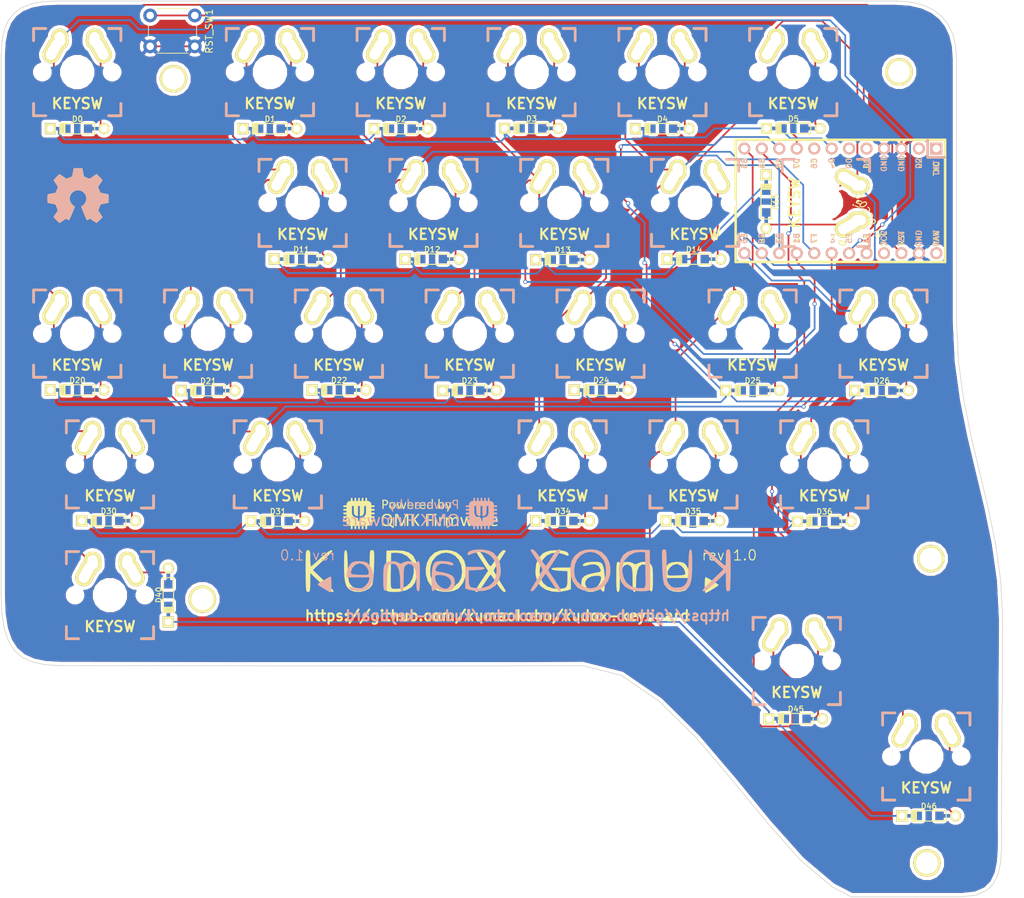
<source format=kicad_pcb>
(kicad_pcb (version 20171130) (host pcbnew "(6.0.0-rc1-dev-1469-g932b9a334)")
  (title_block (title "Kudox Game keyboard PCB") (date 2019-06-30) (rev 1.0) (comment 1 "designed by x1 and inken") (comment 2 https://github.com/kumaokobo/kudox-keyboard))
  (layers (0 F.Cu signal) (31 B.Cu signal) (34 B.Paste user) (35 F.Paste user) (36 B.SilkS user) (37 F.SilkS user) (38 B.Mask user) (39 F.Mask user) (44 Edge.Cuts user))
  (net 0 "")
  (net 1 "Net-(D0-Pad2)")
  (net 2 row0)
  (net 3 "Net-(D1-Pad2)")
  (net 4 "Net-(D2-Pad2)")
  (net 5 "Net-(D3-Pad2)")
  (net 6 "Net-(D4-Pad2)")
  (net 7 "Net-(D5-Pad2)")
  (net 8 row1)
  (net 9 "Net-(D11-Pad2)")
  (net 10 "Net-(D12-Pad2)")
  (net 11 "Net-(D13-Pad2)")
  (net 12 "Net-(D14-Pad2)")
  (net 13 "Net-(D15-Pad2)")
  (net 14 "Net-(D20-Pad2)")
  (net 15 row2)
  (net 16 "Net-(D21-Pad2)")
  (net 17 "Net-(D22-Pad2)")
  (net 18 "Net-(D23-Pad2)")
  (net 19 "Net-(D24-Pad2)")
  (net 20 "Net-(D25-Pad2)")
  (net 21 "Net-(D26-Pad2)")
  (net 22 "Net-(D30-Pad2)")
  (net 23 row3)
  (net 24 "Net-(D31-Pad2)")
  (net 25 "Net-(D34-Pad2)")
  (net 26 "Net-(D35-Pad2)")
  (net 27 "Net-(D36-Pad2)")
  (net 28 "Net-(D40-Pad2)")
  (net 29 row4)
  (net 30 "Net-(D45-Pad2)")
  (net 31 "Net-(D46-Pad2)")
  (net 32 col0)
  (net 33 col1)
  (net 34 col2)
  (net 35 col3)
  (net 36 col4)
  (net 37 col5)
  (net 38 col6)
  (net 39 VCC)
  (net 40 SDA)
  (net 41 SCL)
  (net 42 rgb_data)
  (net 43 GND)
  (net 44 RST)
  (net 45 "Net-(U1-Pad2)")
  (net 46 "Net-(U1-Pad8)")
  (net 47 "Net-(U1-Pad20)")
  (net 48 "Net-(U1-Pad24)")
  (module kudox_game_footprints:Mx_Alps_100-dualside (layer F.Cu) (at 90.69 60.35)
    (fp_text reference K0 hide)
    (fp_text value KEYSW (at 0 4.572) (layer F.SilkS) (effects (font (size 1.524 1.524) (thickness 0.3048))))
    (pad 1 thru_hole oval (at -2.52 -4.79 3.9) (size 2.5 3.08) (drill oval 1.5 2.08) (layers *.Cu *.Mask F.SilkS) (net 32 col0))
    (pad 2 thru_hole oval (at 3.405 -3.27 29.05) (size 2.5 4.17) (drill oval 1.5 3.17) (layers *.Cu *.Mask F.SilkS) (net 1 "Net-(D0-Pad2)"))
    (pad HOLE np_thru_hole circle (at 0 0) (size 3.9878 3.9878) (drill 3.9878) (layers *.Cu))
    (pad HOLE np_thru_hole circle (at -5.08 0) (size 1.7018 1.7018) (drill 1.7018) (layers *.Cu))
    (pad HOLE np_thru_hole circle (at 5.08 0) (size 1.7018 1.7018) (drill 1.7018) (layers *.Cu))
    (pad 1 thru_hole oval (at -3.405 -3.27 330.95) (size 2.5 4.17) (drill oval 1.5 3.17) (layers *.Cu *.Mask F.SilkS) (net 32 col0))
    (pad 2 thru_hole oval (at 2.52 -4.79 356.1) (size 2.5 3.08) (drill oval 1.5 2.08) (layers *.Cu *.Mask F.SilkS) (net 1 "Net-(D0-Pad2)"))
  )
  (module kudox_game_footprints:Mx_Alps_100-dualside (layer F.Cu) (at 90.69 98.43)
    (fp_text reference K20 hide)
    (fp_text value KEYSW (at 0 4.572) (layer F.SilkS) (effects (font (size 1.524 1.524) (thickness 0.3048))))
    (pad 1 thru_hole oval (at -2.52 -4.79 3.9) (size 2.5 3.08) (drill oval 1.5 2.08) (layers *.Cu *.Mask F.SilkS) (net 32 col0))
    (pad 2 thru_hole oval (at 3.405 -3.27 29.05) (size 2.5 4.17) (drill oval 1.5 3.17) (layers *.Cu *.Mask F.SilkS) (net 14 "Net-(D20-Pad2)"))
    (pad HOLE np_thru_hole circle (at 0 0) (size 3.9878 3.9878) (drill 3.9878) (layers *.Cu))
    (pad HOLE np_thru_hole circle (at -5.08 0) (size 1.7018 1.7018) (drill 1.7018) (layers *.Cu))
    (pad HOLE np_thru_hole circle (at 5.08 0) (size 1.7018 1.7018) (drill 1.7018) (layers *.Cu))
    (pad 1 thru_hole oval (at -3.405 -3.27 330.95) (size 2.5 4.17) (drill oval 1.5 3.17) (layers *.Cu *.Mask F.SilkS) (net 32 col0))
    (pad 2 thru_hole oval (at 2.52 -4.79 356.1) (size 2.5 3.08) (drill oval 1.5 2.08) (layers *.Cu *.Mask F.SilkS) (net 14 "Net-(D20-Pad2)"))
  )
  (module Symbols:OSHW-Symbol_8.9x8mm_SilkScreen (layer B.Cu) (at 90.8 78.35 180)
    (fp_text reference REF*** hide)
    (fp_text value OSHW-Logo2_14.6x12mm_SilkScreen hide)
  )
  (module kudox_game_footprints:qmk-badge (layer B.Cu) (at 140.5 124.6 180)
    (fp_text reference G*** hide)
    (fp_text value LOGO hide)
  )
  (module kudox_game_footprints:kudox_game_logo (layer B.Cu) (at 155.8 132.9 180)
    (fp_text reference G*** hide)
    (fp_text value LOGO hide)
  )
  (module keyboard_parts:HOLE_M3 (layer F.Cu) (at 104.7 61.3)
    (fp_text reference HOLE_M3 hide)
    (fp_text value VAL** hide)
    (pad 1 thru_hole circle (at 0 0) (size 4 4) (drill 3.2) (layers *.Cu *.Mask F.SilkS))
  )
  (module keyboard_parts:HOLE_M3 (layer F.Cu) (at 214.35 175.5)
    (fp_text reference HOLE_M3 hide)
    (fp_text value VAL** hide)
    (pad 1 thru_hole circle (at 0 0) (size 4 4) (drill 3.2) (layers *.Cu *.Mask F.SilkS))
  )
  (module canadian_footprints:Mx_Alps_150-dualsided (layer F.Cu) (at 214.25 160)
    (fp_text reference K46 hide)
    (fp_text value KEYSW (at 0 4.572 180) (layer F.SilkS) (effects (font (size 1.524 1.524) (thickness 0.3048))))
    (pad 1 thru_hole oval (at -2.52 -4.79 3.9) (size 2.5 3.08) (drill oval 1.5 2.08) (layers *.Cu *.Mask F.SilkS) (net 38 col6))
    (pad 2 thru_hole oval (at 3.405 -3.27 29.05) (size 2.5 4.17) (drill oval 1.5 3.17) (layers *.Cu *.Mask F.SilkS) (net 31 "Net-(D46-Pad2)"))
    (pad HOLE np_thru_hole circle (at 0 0) (size 3.9878 3.9878) (drill 3.9878) (layers *.Cu))
    (pad HOLE np_thru_hole circle (at -5.08 0) (size 1.7018 1.7018) (drill 1.7018) (layers *.Cu))
    (pad HOLE np_thru_hole circle (at 5.08 0) (size 1.7018 1.7018) (drill 1.7018) (layers *.Cu))
    (pad 1 thru_hole oval (at -3.405 -3.27 330.95) (size 2.5 4.17) (drill oval 1.5 3.17) (layers *.Cu *.Mask F.SilkS) (net 38 col6))
    (pad 2 thru_hole oval (at 2.52 -4.79 356.1) (size 2.5 3.08) (drill oval 1.5 2.08) (layers *.Cu *.Mask F.SilkS) (net 31 "Net-(D46-Pad2)"))
  )
  (module canadian_footprints:Mx_Alps_100-dualside (layer F.Cu) (at 194.89 60.35)
    (fp_text reference K5 hide)
    (fp_text value KEYSW (at 0 4.572) (layer F.SilkS) (effects (font (size 1.524 1.524) (thickness 0.3048))))
    (pad 1 thru_hole oval (at -2.52 -4.79 3.9) (size 2.5 3.08) (drill oval 1.5 2.08) (layers *.Cu *.Mask F.SilkS) (net 37 col5))
    (pad 2 thru_hole oval (at 3.405 -3.27 29.05) (size 2.5 4.17) (drill oval 1.5 3.17) (layers *.Cu *.Mask F.SilkS) (net 7 "Net-(D5-Pad2)"))
    (pad HOLE np_thru_hole circle (at 0 0) (size 3.9878 3.9878) (drill 3.9878) (layers *.Cu))
    (pad HOLE np_thru_hole circle (at -5.08 0) (size 1.7018 1.7018) (drill 1.7018) (layers *.Cu))
    (pad HOLE np_thru_hole circle (at 5.08 0) (size 1.7018 1.7018) (drill 1.7018) (layers *.Cu))
    (pad 1 thru_hole oval (at -3.405 -3.27 330.95) (size 2.5 4.17) (drill oval 1.5 3.17) (layers *.Cu *.Mask F.SilkS) (net 37 col5))
    (pad 2 thru_hole oval (at 2.52 -4.79 356.1) (size 2.5 3.08) (drill oval 1.5 2.08) (layers *.Cu *.Mask F.SilkS) (net 7 "Net-(D5-Pad2)"))
  )
  (module canadian_footprints:Mx_Alps_100-dualside (layer F.Cu) (at 175.85 60.35)
    (fp_text reference K4 hide)
    (fp_text value KEYSW (at 0 4.572) (layer F.SilkS) (effects (font (size 1.524 1.524) (thickness 0.3048))))
    (pad 1 thru_hole oval (at -2.52 -4.79 3.9) (size 2.5 3.08) (drill oval 1.5 2.08) (layers *.Cu *.Mask F.SilkS) (net 36 col4))
    (pad 2 thru_hole oval (at 3.405 -3.27 29.05) (size 2.5 4.17) (drill oval 1.5 3.17) (layers *.Cu *.Mask F.SilkS) (net 6 "Net-(D4-Pad2)"))
    (pad HOLE np_thru_hole circle (at 0 0) (size 3.9878 3.9878) (drill 3.9878) (layers *.Cu))
    (pad HOLE np_thru_hole circle (at -5.08 0) (size 1.7018 1.7018) (drill 1.7018) (layers *.Cu))
    (pad HOLE np_thru_hole circle (at 5.08 0) (size 1.7018 1.7018) (drill 1.7018) (layers *.Cu))
    (pad 1 thru_hole oval (at -3.405 -3.27 330.95) (size 2.5 4.17) (drill oval 1.5 3.17) (layers *.Cu *.Mask F.SilkS) (net 36 col4))
    (pad 2 thru_hole oval (at 2.52 -4.79 356.1) (size 2.5 3.08) (drill oval 1.5 2.08) (layers *.Cu *.Mask F.SilkS) (net 6 "Net-(D4-Pad2)"))
  )
  (module canadian_footprints:Mx_Alps_100-dualside (layer F.Cu) (at 109.73 98.43)
    (fp_text reference K21 hide)
    (fp_text value KEYSW (at 0 4.572) (layer F.SilkS) (effects (font (size 1.524 1.524) (thickness 0.3048))))
    (pad 1 thru_hole oval (at -2.52 -4.79 3.9) (size 2.5 3.08) (drill oval 1.5 2.08) (layers *.Cu *.Mask F.SilkS) (net 33 col1))
    (pad 2 thru_hole oval (at 3.405 -3.27 29.05) (size 2.5 4.17) (drill oval 1.5 3.17) (layers *.Cu *.Mask F.SilkS) (net 16 "Net-(D21-Pad2)"))
    (pad HOLE np_thru_hole circle (at 0 0) (size 3.9878 3.9878) (drill 3.9878) (layers *.Cu))
    (pad HOLE np_thru_hole circle (at -5.08 0) (size 1.7018 1.7018) (drill 1.7018) (layers *.Cu))
    (pad HOLE np_thru_hole circle (at 5.08 0) (size 1.7018 1.7018) (drill 1.7018) (layers *.Cu))
    (pad 1 thru_hole oval (at -3.405 -3.27 330.95) (size 2.5 4.17) (drill oval 1.5 3.17) (layers *.Cu *.Mask F.SilkS) (net 33 col1))
    (pad 2 thru_hole oval (at 2.52 -4.79 356.1) (size 2.5 3.08) (drill oval 1.5 2.08) (layers *.Cu *.Mask F.SilkS) (net 16 "Net-(D21-Pad2)"))
  )
  (module kudox_game_footprints:kudox_game_logo (layer F.Cu) (at 153.9 133)
    (fp_text reference G*** hide)
    (fp_text value LOGO hide)
  )
  (module canadian_footprints:Mx_Alps_100-dualside (layer F.Cu) (at 180.61 79.39)
    (fp_text reference K14 hide)
    (fp_text value KEYSW (at 0 4.572) (layer F.SilkS) (effects (font (size 1.524 1.524) (thickness 0.3048))))
    (pad 1 thru_hole oval (at -2.52 -4.79 3.9) (size 2.5 3.08) (drill oval 1.5 2.08) (layers *.Cu *.Mask F.SilkS) (net 36 col4))
    (pad 2 thru_hole oval (at 3.405 -3.27 29.05) (size 2.5 4.17) (drill oval 1.5 3.17) (layers *.Cu *.Mask F.SilkS) (net 12 "Net-(D14-Pad2)"))
    (pad HOLE np_thru_hole circle (at 0 0) (size 3.9878 3.9878) (drill 3.9878) (layers *.Cu))
    (pad HOLE np_thru_hole circle (at -5.08 0) (size 1.7018 1.7018) (drill 1.7018) (layers *.Cu))
    (pad HOLE np_thru_hole circle (at 5.08 0) (size 1.7018 1.7018) (drill 1.7018) (layers *.Cu))
    (pad 1 thru_hole oval (at -3.405 -3.27 330.95) (size 2.5 4.17) (drill oval 1.5 3.17) (layers *.Cu *.Mask F.SilkS) (net 36 col4))
    (pad 2 thru_hole oval (at 2.52 -4.79 356.1) (size 2.5 3.08) (drill oval 1.5 2.08) (layers *.Cu *.Mask F.SilkS) (net 12 "Net-(D14-Pad2)"))
  )
  (module Keebio-Parts:Diode-dual (layer F.Cu) (at 90.69 68.58 180)
    (fp_text reference D0 (at -0.0254 1.4 180) (layer F.SilkS) (effects (font (size 0.8 0.8))))
    (fp_text value D hide)
    (pad 2 smd rect (at -2.7 0 180) (size 2.5 0.5) (layers B.Cu) (net 1 "Net-(D0-Pad2)"))
    (pad 2 smd rect (at -1.575 0 180) (size 1.2 1.2) (layers B.Cu B.Paste B.Mask) (net 1 "Net-(D0-Pad2)"))
    (pad 1 smd rect (at 1.575 0 180) (size 1.2 1.2) (layers B.Cu B.Paste B.Mask) (net 2 row0))
    (pad 1 smd rect (at 2.7 0 180) (size 2.5 0.5) (layers B.Cu) (net 2 row0))
    (pad 1 smd rect (at 1.575 0 180) (size 1.2 1.2) (layers F.Cu F.Paste F.Mask) (net 2 row0))
    (pad 2 smd rect (at -1.575 0 180) (size 1.2 1.2) (layers F.Cu F.Paste F.Mask) (net 1 "Net-(D0-Pad2)"))
    (pad 2 thru_hole circle (at -3.9 0 180) (size 1.6 1.6) (drill 1) (layers *.Cu *.Mask F.SilkS) (net 1 "Net-(D0-Pad2)"))
    (pad 1 thru_hole rect (at 3.9 0 180) (size 1.6 1.6) (drill 1) (layers *.Cu *.Mask F.SilkS) (net 2 row0))
    (pad 2 smd rect (at -2.7 0 180) (size 2.5 0.5) (layers F.Cu) (net 1 "Net-(D0-Pad2)"))
    (pad 1 smd rect (at 2.7 0 180) (size 2.5 0.5) (layers F.Cu) (net 2 row0))
  )
  (module Keebio-Parts:Diode-dual (layer F.Cu) (at 118.73 68.58 180)
    (fp_text reference D1 (at -0.0254 1.4 180) (layer F.SilkS) (effects (font (size 0.8 0.8))))
    (fp_text value D hide)
    (pad 2 smd rect (at -2.7 0 180) (size 2.5 0.5) (layers B.Cu) (net 3 "Net-(D1-Pad2)"))
    (pad 2 smd rect (at -1.575 0 180) (size 1.2 1.2) (layers B.Cu B.Paste B.Mask) (net 3 "Net-(D1-Pad2)"))
    (pad 1 smd rect (at 1.575 0 180) (size 1.2 1.2) (layers B.Cu B.Paste B.Mask) (net 2 row0))
    (pad 1 smd rect (at 2.7 0 180) (size 2.5 0.5) (layers B.Cu) (net 2 row0))
    (pad 1 smd rect (at 1.575 0 180) (size 1.2 1.2) (layers F.Cu F.Paste F.Mask) (net 2 row0))
    (pad 2 smd rect (at -1.575 0 180) (size 1.2 1.2) (layers F.Cu F.Paste F.Mask) (net 3 "Net-(D1-Pad2)"))
    (pad 2 thru_hole circle (at -3.9 0 180) (size 1.6 1.6) (drill 1) (layers *.Cu *.Mask F.SilkS) (net 3 "Net-(D1-Pad2)"))
    (pad 1 thru_hole rect (at 3.9 0 180) (size 1.6 1.6) (drill 1) (layers *.Cu *.Mask F.SilkS) (net 2 row0))
    (pad 2 smd rect (at -2.7 0 180) (size 2.5 0.5) (layers F.Cu) (net 3 "Net-(D1-Pad2)"))
    (pad 1 smd rect (at 2.7 0 180) (size 2.5 0.5) (layers F.Cu) (net 2 row0))
  )
  (module Keebio-Parts:Diode-dual (layer F.Cu) (at 137.78 68.585 180)
    (fp_text reference D2 (at -0.0254 1.4 180) (layer F.SilkS) (effects (font (size 0.8 0.8))))
    (fp_text value D hide)
    (pad 2 smd rect (at -2.7 0 180) (size 2.5 0.5) (layers B.Cu) (net 4 "Net-(D2-Pad2)"))
    (pad 2 smd rect (at -1.575 0 180) (size 1.2 1.2) (layers B.Cu B.Paste B.Mask) (net 4 "Net-(D2-Pad2)"))
    (pad 1 smd rect (at 1.575 0 180) (size 1.2 1.2) (layers B.Cu B.Paste B.Mask) (net 2 row0))
    (pad 1 smd rect (at 2.7 0 180) (size 2.5 0.5) (layers B.Cu) (net 2 row0))
    (pad 1 smd rect (at 1.575 0 180) (size 1.2 1.2) (layers F.Cu F.Paste F.Mask) (net 2 row0))
    (pad 2 smd rect (at -1.575 0 180) (size 1.2 1.2) (layers F.Cu F.Paste F.Mask) (net 4 "Net-(D2-Pad2)"))
    (pad 2 thru_hole circle (at -3.9 0 180) (size 1.6 1.6) (drill 1) (layers *.Cu *.Mask F.SilkS) (net 4 "Net-(D2-Pad2)"))
    (pad 1 thru_hole rect (at 3.9 0 180) (size 1.6 1.6) (drill 1) (layers *.Cu *.Mask F.SilkS) (net 2 row0))
    (pad 2 smd rect (at -2.7 0 180) (size 2.5 0.5) (layers F.Cu) (net 4 "Net-(D2-Pad2)"))
    (pad 1 smd rect (at 2.7 0 180) (size 2.5 0.5) (layers F.Cu) (net 2 row0))
  )
  (module Keebio-Parts:Diode-dual (layer F.Cu) (at 156.78 68.545 180)
    (fp_text reference D3 (at -0.0254 1.4 180) (layer F.SilkS) (effects (font (size 0.8 0.8))))
    (fp_text value D hide)
    (pad 2 smd rect (at -2.7 0 180) (size 2.5 0.5) (layers B.Cu) (net 5 "Net-(D3-Pad2)"))
    (pad 2 smd rect (at -1.575 0 180) (size 1.2 1.2) (layers B.Cu B.Paste B.Mask) (net 5 "Net-(D3-Pad2)"))
    (pad 1 smd rect (at 1.575 0 180) (size 1.2 1.2) (layers B.Cu B.Paste B.Mask) (net 2 row0))
    (pad 1 smd rect (at 2.7 0 180) (size 2.5 0.5) (layers B.Cu) (net 2 row0))
    (pad 1 smd rect (at 1.575 0 180) (size 1.2 1.2) (layers F.Cu F.Paste F.Mask) (net 2 row0))
    (pad 2 smd rect (at -1.575 0 180) (size 1.2 1.2) (layers F.Cu F.Paste F.Mask) (net 5 "Net-(D3-Pad2)"))
    (pad 2 thru_hole circle (at -3.9 0 180) (size 1.6 1.6) (drill 1) (layers *.Cu *.Mask F.SilkS) (net 5 "Net-(D3-Pad2)"))
    (pad 1 thru_hole rect (at 3.9 0 180) (size 1.6 1.6) (drill 1) (layers *.Cu *.Mask F.SilkS) (net 2 row0))
    (pad 2 smd rect (at -2.7 0 180) (size 2.5 0.5) (layers F.Cu) (net 5 "Net-(D3-Pad2)"))
    (pad 1 smd rect (at 2.7 0 180) (size 2.5 0.5) (layers F.Cu) (net 2 row0))
  )
  (module Keebio-Parts:Diode-dual (layer F.Cu) (at 175.83 68.585 180)
    (fp_text reference D4 (at -0.0254 1.4 180) (layer F.SilkS) (effects (font (size 0.8 0.8))))
    (fp_text value D hide)
    (pad 2 smd rect (at -2.7 0 180) (size 2.5 0.5) (layers B.Cu) (net 6 "Net-(D4-Pad2)"))
    (pad 2 smd rect (at -1.575 0 180) (size 1.2 1.2) (layers B.Cu B.Paste B.Mask) (net 6 "Net-(D4-Pad2)"))
    (pad 1 smd rect (at 1.575 0 180) (size 1.2 1.2) (layers B.Cu B.Paste B.Mask) (net 2 row0))
    (pad 1 smd rect (at 2.7 0 180) (size 2.5 0.5) (layers B.Cu) (net 2 row0))
    (pad 1 smd rect (at 1.575 0 180) (size 1.2 1.2) (layers F.Cu F.Paste F.Mask) (net 2 row0))
    (pad 2 smd rect (at -1.575 0 180) (size 1.2 1.2) (layers F.Cu F.Paste F.Mask) (net 6 "Net-(D4-Pad2)"))
    (pad 2 thru_hole circle (at -3.9 0 180) (size 1.6 1.6) (drill 1) (layers *.Cu *.Mask F.SilkS) (net 6 "Net-(D4-Pad2)"))
    (pad 1 thru_hole rect (at 3.9 0 180) (size 1.6 1.6) (drill 1) (layers *.Cu *.Mask F.SilkS) (net 2 row0))
    (pad 2 smd rect (at -2.7 0 180) (size 2.5 0.5) (layers F.Cu) (net 6 "Net-(D4-Pad2)"))
    (pad 1 smd rect (at 2.7 0 180) (size 2.5 0.5) (layers F.Cu) (net 2 row0))
  )
  (module Keebio-Parts:Diode-dual (layer F.Cu) (at 194.9 68.55 180)
    (fp_text reference D5 (at -0.0254 1.4 180) (layer F.SilkS) (effects (font (size 0.8 0.8))))
    (fp_text value D hide)
    (pad 2 smd rect (at -2.7 0 180) (size 2.5 0.5) (layers B.Cu) (net 7 "Net-(D5-Pad2)"))
    (pad 2 smd rect (at -1.575 0 180) (size 1.2 1.2) (layers B.Cu B.Paste B.Mask) (net 7 "Net-(D5-Pad2)"))
    (pad 1 smd rect (at 1.575 0 180) (size 1.2 1.2) (layers B.Cu B.Paste B.Mask) (net 2 row0))
    (pad 1 smd rect (at 2.7 0 180) (size 2.5 0.5) (layers B.Cu) (net 2 row0))
    (pad 1 smd rect (at 1.575 0 180) (size 1.2 1.2) (layers F.Cu F.Paste F.Mask) (net 2 row0))
    (pad 2 smd rect (at -1.575 0 180) (size 1.2 1.2) (layers F.Cu F.Paste F.Mask) (net 7 "Net-(D5-Pad2)"))
    (pad 2 thru_hole circle (at -3.9 0 180) (size 1.6 1.6) (drill 1) (layers *.Cu *.Mask F.SilkS) (net 7 "Net-(D5-Pad2)"))
    (pad 1 thru_hole rect (at 3.9 0 180) (size 1.6 1.6) (drill 1) (layers *.Cu *.Mask F.SilkS) (net 2 row0))
    (pad 2 smd rect (at -2.7 0 180) (size 2.5 0.5) (layers F.Cu) (net 7 "Net-(D5-Pad2)"))
    (pad 1 smd rect (at 2.7 0 180) (size 2.5 0.5) (layers F.Cu) (net 2 row0))
  )
  (module Keebio-Parts:Diode-dual (layer F.Cu) (at 123.28 87.58 180)
    (fp_text reference D11 (at -0.0254 1.4 180) (layer F.SilkS) (effects (font (size 0.8 0.8))))
    (fp_text value D hide)
    (pad 2 smd rect (at -2.7 0 180) (size 2.5 0.5) (layers B.Cu) (net 9 "Net-(D11-Pad2)"))
    (pad 2 smd rect (at -1.575 0 180) (size 1.2 1.2) (layers B.Cu B.Paste B.Mask) (net 9 "Net-(D11-Pad2)"))
    (pad 1 smd rect (at 1.575 0 180) (size 1.2 1.2) (layers B.Cu B.Paste B.Mask) (net 8 row1))
    (pad 1 smd rect (at 2.7 0 180) (size 2.5 0.5) (layers B.Cu) (net 8 row1))
    (pad 1 smd rect (at 1.575 0 180) (size 1.2 1.2) (layers F.Cu F.Paste F.Mask) (net 8 row1))
    (pad 2 smd rect (at -1.575 0 180) (size 1.2 1.2) (layers F.Cu F.Paste F.Mask) (net 9 "Net-(D11-Pad2)"))
    (pad 2 thru_hole circle (at -3.9 0 180) (size 1.6 1.6) (drill 1) (layers *.Cu *.Mask F.SilkS) (net 9 "Net-(D11-Pad2)"))
    (pad 1 thru_hole rect (at 3.9 0 180) (size 1.6 1.6) (drill 1) (layers *.Cu *.Mask F.SilkS) (net 8 row1))
    (pad 2 smd rect (at -2.7 0 180) (size 2.5 0.5) (layers F.Cu) (net 9 "Net-(D11-Pad2)"))
    (pad 1 smd rect (at 2.7 0 180) (size 2.5 0.5) (layers F.Cu) (net 8 row1))
  )
  (module Keebio-Parts:Diode-dual (layer F.Cu) (at 142.33 87.585 180)
    (fp_text reference D12 (at -0.0254 1.4 180) (layer F.SilkS) (effects (font (size 0.8 0.8))))
    (fp_text value D hide)
    (pad 2 smd rect (at -2.7 0 180) (size 2.5 0.5) (layers B.Cu) (net 10 "Net-(D12-Pad2)"))
    (pad 2 smd rect (at -1.575 0 180) (size 1.2 1.2) (layers B.Cu B.Paste B.Mask) (net 10 "Net-(D12-Pad2)"))
    (pad 1 smd rect (at 1.575 0 180) (size 1.2 1.2) (layers B.Cu B.Paste B.Mask) (net 8 row1))
    (pad 1 smd rect (at 2.7 0 180) (size 2.5 0.5) (layers B.Cu) (net 8 row1))
    (pad 1 smd rect (at 1.575 0 180) (size 1.2 1.2) (layers F.Cu F.Paste F.Mask) (net 8 row1))
    (pad 2 smd rect (at -1.575 0 180) (size 1.2 1.2) (layers F.Cu F.Paste F.Mask) (net 10 "Net-(D12-Pad2)"))
    (pad 2 thru_hole circle (at -3.9 0 180) (size 1.6 1.6) (drill 1) (layers *.Cu *.Mask F.SilkS) (net 10 "Net-(D12-Pad2)"))
    (pad 1 thru_hole rect (at 3.9 0 180) (size 1.6 1.6) (drill 1) (layers *.Cu *.Mask F.SilkS) (net 8 row1))
    (pad 2 smd rect (at -2.7 0 180) (size 2.5 0.5) (layers F.Cu) (net 10 "Net-(D12-Pad2)"))
    (pad 1 smd rect (at 2.7 0 180) (size 2.5 0.5) (layers F.Cu) (net 8 row1))
  )
  (module Keebio-Parts:Diode-dual (layer F.Cu) (at 161.33 87.645 180)
    (fp_text reference D13 (at -0.0254 1.4 180) (layer F.SilkS) (effects (font (size 0.8 0.8))))
    (fp_text value D hide)
    (pad 2 smd rect (at -2.7 0 180) (size 2.5 0.5) (layers B.Cu) (net 11 "Net-(D13-Pad2)"))
    (pad 2 smd rect (at -1.575 0 180) (size 1.2 1.2) (layers B.Cu B.Paste B.Mask) (net 11 "Net-(D13-Pad2)"))
    (pad 1 smd rect (at 1.575 0 180) (size 1.2 1.2) (layers B.Cu B.Paste B.Mask) (net 8 row1))
    (pad 1 smd rect (at 2.7 0 180) (size 2.5 0.5) (layers B.Cu) (net 8 row1))
    (pad 1 smd rect (at 1.575 0 180) (size 1.2 1.2) (layers F.Cu F.Paste F.Mask) (net 8 row1))
    (pad 2 smd rect (at -1.575 0 180) (size 1.2 1.2) (layers F.Cu F.Paste F.Mask) (net 11 "Net-(D13-Pad2)"))
    (pad 2 thru_hole circle (at -3.9 0 180) (size 1.6 1.6) (drill 1) (layers *.Cu *.Mask F.SilkS) (net 11 "Net-(D13-Pad2)"))
    (pad 1 thru_hole rect (at 3.9 0 180) (size 1.6 1.6) (drill 1) (layers *.Cu *.Mask F.SilkS) (net 8 row1))
    (pad 2 smd rect (at -2.7 0 180) (size 2.5 0.5) (layers F.Cu) (net 11 "Net-(D13-Pad2)"))
    (pad 1 smd rect (at 2.7 0 180) (size 2.5 0.5) (layers F.Cu) (net 8 row1))
  )
  (module Keebio-Parts:Diode-dual (layer F.Cu) (at 180.43 87.585 180)
    (fp_text reference D14 (at -0.0254 1.4 180) (layer F.SilkS) (effects (font (size 0.8 0.8))))
    (fp_text value D hide)
    (pad 2 smd rect (at -2.7 0 180) (size 2.5 0.5) (layers B.Cu) (net 12 "Net-(D14-Pad2)"))
    (pad 2 smd rect (at -1.575 0 180) (size 1.2 1.2) (layers B.Cu B.Paste B.Mask) (net 12 "Net-(D14-Pad2)"))
    (pad 1 smd rect (at 1.575 0 180) (size 1.2 1.2) (layers B.Cu B.Paste B.Mask) (net 8 row1))
    (pad 1 smd rect (at 2.7 0 180) (size 2.5 0.5) (layers B.Cu) (net 8 row1))
    (pad 1 smd rect (at 1.575 0 180) (size 1.2 1.2) (layers F.Cu F.Paste F.Mask) (net 8 row1))
    (pad 2 smd rect (at -1.575 0 180) (size 1.2 1.2) (layers F.Cu F.Paste F.Mask) (net 12 "Net-(D14-Pad2)"))
    (pad 2 thru_hole circle (at -3.9 0 180) (size 1.6 1.6) (drill 1) (layers *.Cu *.Mask F.SilkS) (net 12 "Net-(D14-Pad2)"))
    (pad 1 thru_hole rect (at 3.9 0 180) (size 1.6 1.6) (drill 1) (layers *.Cu *.Mask F.SilkS) (net 8 row1))
    (pad 2 smd rect (at -2.7 0 180) (size 2.5 0.5) (layers F.Cu) (net 12 "Net-(D14-Pad2)"))
    (pad 1 smd rect (at 2.7 0 180) (size 2.5 0.5) (layers F.Cu) (net 8 row1))
  )
  (module Keebio-Parts:Diode-dual (layer F.Cu) (at 190.95 79.2 90)
    (fp_text reference D15 (at -0.0254 1.4 270) (layer F.SilkS) (effects (font (size 0.8 0.8))))
    (fp_text value D hide)
    (pad 2 smd rect (at -2.7 0 90) (size 2.5 0.5) (layers B.Cu) (net 13 "Net-(D15-Pad2)"))
    (pad 2 smd rect (at -1.575 0 90) (size 1.2 1.2) (layers B.Cu B.Paste B.Mask) (net 13 "Net-(D15-Pad2)"))
    (pad 1 smd rect (at 1.575 0 90) (size 1.2 1.2) (layers B.Cu B.Paste B.Mask) (net 8 row1))
    (pad 1 smd rect (at 2.7 0 90) (size 2.5 0.5) (layers B.Cu) (net 8 row1))
    (pad 1 smd rect (at 1.575 0 90) (size 1.2 1.2) (layers F.Cu F.Paste F.Mask) (net 8 row1))
    (pad 2 smd rect (at -1.575 0 90) (size 1.2 1.2) (layers F.Cu F.Paste F.Mask) (net 13 "Net-(D15-Pad2)"))
    (pad 2 thru_hole circle (at -3.9 0 90) (size 1.6 1.6) (drill 1) (layers *.Cu *.Mask F.SilkS) (net 13 "Net-(D15-Pad2)"))
    (pad 1 thru_hole rect (at 3.9 0 90) (size 1.6 1.6) (drill 1) (layers *.Cu *.Mask F.SilkS) (net 8 row1))
    (pad 2 smd rect (at -2.7 0 90) (size 2.5 0.5) (layers F.Cu) (net 13 "Net-(D15-Pad2)"))
    (pad 1 smd rect (at 2.7 0 90) (size 2.5 0.5) (layers F.Cu) (net 8 row1))
  )
  (module Keebio-Parts:Diode-dual (layer F.Cu) (at 90.69 106.63 180)
    (fp_text reference D20 (at -0.0254 1.4 180) (layer F.SilkS) (effects (font (size 0.8 0.8))))
    (fp_text value D hide)
    (pad 2 smd rect (at -2.7 0 180) (size 2.5 0.5) (layers B.Cu) (net 14 "Net-(D20-Pad2)"))
    (pad 2 smd rect (at -1.575 0 180) (size 1.2 1.2) (layers B.Cu B.Paste B.Mask) (net 14 "Net-(D20-Pad2)"))
    (pad 1 smd rect (at 1.575 0 180) (size 1.2 1.2) (layers B.Cu B.Paste B.Mask) (net 15 row2))
    (pad 1 smd rect (at 2.7 0 180) (size 2.5 0.5) (layers B.Cu) (net 15 row2))
    (pad 1 smd rect (at 1.575 0 180) (size 1.2 1.2) (layers F.Cu F.Paste F.Mask) (net 15 row2))
    (pad 2 smd rect (at -1.575 0 180) (size 1.2 1.2) (layers F.Cu F.Paste F.Mask) (net 14 "Net-(D20-Pad2)"))
    (pad 2 thru_hole circle (at -3.9 0 180) (size 1.6 1.6) (drill 1) (layers *.Cu *.Mask F.SilkS) (net 14 "Net-(D20-Pad2)"))
    (pad 1 thru_hole rect (at 3.9 0 180) (size 1.6 1.6) (drill 1) (layers *.Cu *.Mask F.SilkS) (net 15 row2))
    (pad 2 smd rect (at -2.7 0 180) (size 2.5 0.5) (layers F.Cu) (net 14 "Net-(D20-Pad2)"))
    (pad 1 smd rect (at 2.7 0 180) (size 2.5 0.5) (layers F.Cu) (net 15 row2))
  )
  (module Keebio-Parts:Diode-dual (layer F.Cu) (at 109.73 106.73 180)
    (fp_text reference D21 (at -0.0254 1.4 180) (layer F.SilkS) (effects (font (size 0.8 0.8))))
    (fp_text value D hide)
    (pad 2 smd rect (at -2.7 0 180) (size 2.5 0.5) (layers B.Cu) (net 16 "Net-(D21-Pad2)"))
    (pad 2 smd rect (at -1.575 0 180) (size 1.2 1.2) (layers B.Cu B.Paste B.Mask) (net 16 "Net-(D21-Pad2)"))
    (pad 1 smd rect (at 1.575 0 180) (size 1.2 1.2) (layers B.Cu B.Paste B.Mask) (net 15 row2))
    (pad 1 smd rect (at 2.7 0 180) (size 2.5 0.5) (layers B.Cu) (net 15 row2))
    (pad 1 smd rect (at 1.575 0 180) (size 1.2 1.2) (layers F.Cu F.Paste F.Mask) (net 15 row2))
    (pad 2 smd rect (at -1.575 0 180) (size 1.2 1.2) (layers F.Cu F.Paste F.Mask) (net 16 "Net-(D21-Pad2)"))
    (pad 2 thru_hole circle (at -3.9 0 180) (size 1.6 1.6) (drill 1) (layers *.Cu *.Mask F.SilkS) (net 16 "Net-(D21-Pad2)"))
    (pad 1 thru_hole rect (at 3.9 0 180) (size 1.6 1.6) (drill 1) (layers *.Cu *.Mask F.SilkS) (net 15 row2))
    (pad 2 smd rect (at -2.7 0 180) (size 2.5 0.5) (layers F.Cu) (net 16 "Net-(D21-Pad2)"))
    (pad 1 smd rect (at 2.7 0 180) (size 2.5 0.5) (layers F.Cu) (net 15 row2))
  )
  (module Keebio-Parts:Diode-dual (layer F.Cu) (at 128.78 106.635 180)
    (fp_text reference D22 (at -0.0254 1.4 180) (layer F.SilkS) (effects (font (size 0.8 0.8))))
    (fp_text value D hide)
    (pad 2 smd rect (at -2.7 0 180) (size 2.5 0.5) (layers B.Cu) (net 17 "Net-(D22-Pad2)"))
    (pad 2 smd rect (at -1.575 0 180) (size 1.2 1.2) (layers B.Cu B.Paste B.Mask) (net 17 "Net-(D22-Pad2)"))
    (pad 1 smd rect (at 1.575 0 180) (size 1.2 1.2) (layers B.Cu B.Paste B.Mask) (net 15 row2))
    (pad 1 smd rect (at 2.7 0 180) (size 2.5 0.5) (layers B.Cu) (net 15 row2))
    (pad 1 smd rect (at 1.575 0 180) (size 1.2 1.2) (layers F.Cu F.Paste F.Mask) (net 15 row2))
    (pad 2 smd rect (at -1.575 0 180) (size 1.2 1.2) (layers F.Cu F.Paste F.Mask) (net 17 "Net-(D22-Pad2)"))
    (pad 2 thru_hole circle (at -3.9 0 180) (size 1.6 1.6) (drill 1) (layers *.Cu *.Mask F.SilkS) (net 17 "Net-(D22-Pad2)"))
    (pad 1 thru_hole rect (at 3.9 0 180) (size 1.6 1.6) (drill 1) (layers *.Cu *.Mask F.SilkS) (net 15 row2))
    (pad 2 smd rect (at -2.7 0 180) (size 2.5 0.5) (layers F.Cu) (net 17 "Net-(D22-Pad2)"))
    (pad 1 smd rect (at 2.7 0 180) (size 2.5 0.5) (layers F.Cu) (net 15 row2))
  )
  (module Keebio-Parts:Diode-dual (layer F.Cu) (at 147.78 106.695 180)
    (fp_text reference D23 (at -0.0254 1.4 180) (layer F.SilkS) (effects (font (size 0.8 0.8))))
    (fp_text value D hide)
    (pad 2 smd rect (at -2.7 0 180) (size 2.5 0.5) (layers B.Cu) (net 18 "Net-(D23-Pad2)"))
    (pad 2 smd rect (at -1.575 0 180) (size 1.2 1.2) (layers B.Cu B.Paste B.Mask) (net 18 "Net-(D23-Pad2)"))
    (pad 1 smd rect (at 1.575 0 180) (size 1.2 1.2) (layers B.Cu B.Paste B.Mask) (net 15 row2))
    (pad 1 smd rect (at 2.7 0 180) (size 2.5 0.5) (layers B.Cu) (net 15 row2))
    (pad 1 smd rect (at 1.575 0 180) (size 1.2 1.2) (layers F.Cu F.Paste F.Mask) (net 15 row2))
    (pad 2 smd rect (at -1.575 0 180) (size 1.2 1.2) (layers F.Cu F.Paste F.Mask) (net 18 "Net-(D23-Pad2)"))
    (pad 2 thru_hole circle (at -3.9 0 180) (size 1.6 1.6) (drill 1) (layers *.Cu *.Mask F.SilkS) (net 18 "Net-(D23-Pad2)"))
    (pad 1 thru_hole rect (at 3.9 0 180) (size 1.6 1.6) (drill 1) (layers *.Cu *.Mask F.SilkS) (net 15 row2))
    (pad 2 smd rect (at -2.7 0 180) (size 2.5 0.5) (layers F.Cu) (net 18 "Net-(D23-Pad2)"))
    (pad 1 smd rect (at 2.7 0 180) (size 2.5 0.5) (layers F.Cu) (net 15 row2))
  )
  (module Keebio-Parts:Diode-dual (layer F.Cu) (at 166.93 106.635 180)
    (fp_text reference D24 (at -0.0254 1.4 180) (layer F.SilkS) (effects (font (size 0.8 0.8))))
    (fp_text value D hide)
    (pad 2 smd rect (at -2.7 0 180) (size 2.5 0.5) (layers B.Cu) (net 19 "Net-(D24-Pad2)"))
    (pad 2 smd rect (at -1.575 0 180) (size 1.2 1.2) (layers B.Cu B.Paste B.Mask) (net 19 "Net-(D24-Pad2)"))
    (pad 1 smd rect (at 1.575 0 180) (size 1.2 1.2) (layers B.Cu B.Paste B.Mask) (net 15 row2))
    (pad 1 smd rect (at 2.7 0 180) (size 2.5 0.5) (layers B.Cu) (net 15 row2))
    (pad 1 smd rect (at 1.575 0 180) (size 1.2 1.2) (layers F.Cu F.Paste F.Mask) (net 15 row2))
    (pad 2 smd rect (at -1.575 0 180) (size 1.2 1.2) (layers F.Cu F.Paste F.Mask) (net 19 "Net-(D24-Pad2)"))
    (pad 2 thru_hole circle (at -3.9 0 180) (size 1.6 1.6) (drill 1) (layers *.Cu *.Mask F.SilkS) (net 19 "Net-(D24-Pad2)"))
    (pad 1 thru_hole rect (at 3.9 0 180) (size 1.6 1.6) (drill 1) (layers *.Cu *.Mask F.SilkS) (net 15 row2))
    (pad 2 smd rect (at -2.7 0 180) (size 2.5 0.5) (layers F.Cu) (net 19 "Net-(D24-Pad2)"))
    (pad 1 smd rect (at 2.7 0 180) (size 2.5 0.5) (layers F.Cu) (net 15 row2))
  )
  (module Keebio-Parts:Diode-dual (layer F.Cu) (at 188.98 106.69 180)
    (fp_text reference D25 (at -0.0254 1.4 180) (layer F.SilkS) (effects (font (size 0.8 0.8))))
    (fp_text value D hide)
    (pad 2 smd rect (at -2.7 0 180) (size 2.5 0.5) (layers B.Cu) (net 20 "Net-(D25-Pad2)"))
    (pad 2 smd rect (at -1.575 0 180) (size 1.2 1.2) (layers B.Cu B.Paste B.Mask) (net 20 "Net-(D25-Pad2)"))
    (pad 1 smd rect (at 1.575 0 180) (size 1.2 1.2) (layers B.Cu B.Paste B.Mask) (net 15 row2))
    (pad 1 smd rect (at 2.7 0 180) (size 2.5 0.5) (layers B.Cu) (net 15 row2))
    (pad 1 smd rect (at 1.575 0 180) (size 1.2 1.2) (layers F.Cu F.Paste F.Mask) (net 15 row2))
    (pad 2 smd rect (at -1.575 0 180) (size 1.2 1.2) (layers F.Cu F.Paste F.Mask) (net 20 "Net-(D25-Pad2)"))
    (pad 2 thru_hole circle (at -3.9 0 180) (size 1.6 1.6) (drill 1) (layers *.Cu *.Mask F.SilkS) (net 20 "Net-(D25-Pad2)"))
    (pad 1 thru_hole rect (at 3.9 0 180) (size 1.6 1.6) (drill 1) (layers *.Cu *.Mask F.SilkS) (net 15 row2))
    (pad 2 smd rect (at -2.7 0 180) (size 2.5 0.5) (layers F.Cu) (net 20 "Net-(D25-Pad2)"))
    (pad 1 smd rect (at 2.7 0 180) (size 2.5 0.5) (layers F.Cu) (net 15 row2))
  )
  (module Keebio-Parts:Diode-dual (layer F.Cu) (at 207.75 106.7 180)
    (fp_text reference D26 (at -0.0254 1.4) (layer F.SilkS) (effects (font (size 0.8 0.8))))
    (fp_text value D hide)
    (pad 2 smd rect (at -2.7 0 180) (size 2.5 0.5) (layers B.Cu) (net 21 "Net-(D26-Pad2)"))
    (pad 2 smd rect (at -1.575 0 180) (size 1.2 1.2) (layers B.Cu B.Paste B.Mask) (net 21 "Net-(D26-Pad2)"))
    (pad 1 smd rect (at 1.575 0 180) (size 1.2 1.2) (layers B.Cu B.Paste B.Mask) (net 15 row2))
    (pad 1 smd rect (at 2.7 0 180) (size 2.5 0.5) (layers B.Cu) (net 15 row2))
    (pad 1 smd rect (at 1.575 0 180) (size 1.2 1.2) (layers F.Cu F.Paste F.Mask) (net 15 row2))
    (pad 2 smd rect (at -1.575 0 180) (size 1.2 1.2) (layers F.Cu F.Paste F.Mask) (net 21 "Net-(D26-Pad2)"))
    (pad 2 thru_hole circle (at -3.9 0 180) (size 1.6 1.6) (drill 1) (layers *.Cu *.Mask F.SilkS) (net 21 "Net-(D26-Pad2)"))
    (pad 1 thru_hole rect (at 3.9 0 180) (size 1.6 1.6) (drill 1) (layers *.Cu *.Mask F.SilkS) (net 15 row2))
    (pad 2 smd rect (at -2.7 0 180) (size 2.5 0.5) (layers F.Cu) (net 21 "Net-(D26-Pad2)"))
    (pad 1 smd rect (at 2.7 0 180) (size 2.5 0.5) (layers F.Cu) (net 15 row2))
  )
  (module Keebio-Parts:Diode-dual (layer F.Cu) (at 95.24 125.68 180)
    (fp_text reference D30 (at -0.0254 1.4 180) (layer F.SilkS) (effects (font (size 0.8 0.8))))
    (fp_text value D hide)
    (pad 2 smd rect (at -2.7 0 180) (size 2.5 0.5) (layers B.Cu) (net 22 "Net-(D30-Pad2)"))
    (pad 2 smd rect (at -1.575 0 180) (size 1.2 1.2) (layers B.Cu B.Paste B.Mask) (net 22 "Net-(D30-Pad2)"))
    (pad 1 smd rect (at 1.575 0 180) (size 1.2 1.2) (layers B.Cu B.Paste B.Mask) (net 23 row3))
    (pad 1 smd rect (at 2.7 0 180) (size 2.5 0.5) (layers B.Cu) (net 23 row3))
    (pad 1 smd rect (at 1.575 0 180) (size 1.2 1.2) (layers F.Cu F.Paste F.Mask) (net 23 row3))
    (pad 2 smd rect (at -1.575 0 180) (size 1.2 1.2) (layers F.Cu F.Paste F.Mask) (net 22 "Net-(D30-Pad2)"))
    (pad 2 thru_hole circle (at -3.9 0 180) (size 1.6 1.6) (drill 1) (layers *.Cu *.Mask F.SilkS) (net 22 "Net-(D30-Pad2)"))
    (pad 1 thru_hole rect (at 3.9 0 180) (size 1.6 1.6) (drill 1) (layers *.Cu *.Mask F.SilkS) (net 23 row3))
    (pad 2 smd rect (at -2.7 0 180) (size 2.5 0.5) (layers F.Cu) (net 22 "Net-(D30-Pad2)"))
    (pad 1 smd rect (at 2.7 0 180) (size 2.5 0.5) (layers F.Cu) (net 23 row3))
  )
  (module Keebio-Parts:Diode-dual (layer F.Cu) (at 119.88 125.73 180)
    (fp_text reference D31 (at -0.0254 1.4 180) (layer F.SilkS) (effects (font (size 0.8 0.8))))
    (fp_text value D hide)
    (pad 2 smd rect (at -2.7 0 180) (size 2.5 0.5) (layers B.Cu) (net 24 "Net-(D31-Pad2)"))
    (pad 2 smd rect (at -1.575 0 180) (size 1.2 1.2) (layers B.Cu B.Paste B.Mask) (net 24 "Net-(D31-Pad2)"))
    (pad 1 smd rect (at 1.575 0 180) (size 1.2 1.2) (layers B.Cu B.Paste B.Mask) (net 23 row3))
    (pad 1 smd rect (at 2.7 0 180) (size 2.5 0.5) (layers B.Cu) (net 23 row3))
    (pad 1 smd rect (at 1.575 0 180) (size 1.2 1.2) (layers F.Cu F.Paste F.Mask) (net 23 row3))
    (pad 2 smd rect (at -1.575 0 180) (size 1.2 1.2) (layers F.Cu F.Paste F.Mask) (net 24 "Net-(D31-Pad2)"))
    (pad 2 thru_hole circle (at -3.9 0 180) (size 1.6 1.6) (drill 1) (layers *.Cu *.Mask F.SilkS) (net 24 "Net-(D31-Pad2)"))
    (pad 1 thru_hole rect (at 3.9 0 180) (size 1.6 1.6) (drill 1) (layers *.Cu *.Mask F.SilkS) (net 23 row3))
    (pad 2 smd rect (at -2.7 0 180) (size 2.5 0.5) (layers F.Cu) (net 24 "Net-(D31-Pad2)"))
    (pad 1 smd rect (at 2.7 0 180) (size 2.5 0.5) (layers F.Cu) (net 23 row3))
  )
  (module Keebio-Parts:Diode-dual (layer F.Cu) (at 161.33 125.685 180)
    (fp_text reference D34 (at -0.0254 1.4 180) (layer F.SilkS) (effects (font (size 0.8 0.8))))
    (fp_text value D hide)
    (pad 2 smd rect (at -2.7 0 180) (size 2.5 0.5) (layers B.Cu) (net 25 "Net-(D34-Pad2)"))
    (pad 2 smd rect (at -1.575 0 180) (size 1.2 1.2) (layers B.Cu B.Paste B.Mask) (net 25 "Net-(D34-Pad2)"))
    (pad 1 smd rect (at 1.575 0 180) (size 1.2 1.2) (layers B.Cu B.Paste B.Mask) (net 23 row3))
    (pad 1 smd rect (at 2.7 0 180) (size 2.5 0.5) (layers B.Cu) (net 23 row3))
    (pad 1 smd rect (at 1.575 0 180) (size 1.2 1.2) (layers F.Cu F.Paste F.Mask) (net 23 row3))
    (pad 2 smd rect (at -1.575 0 180) (size 1.2 1.2) (layers F.Cu F.Paste F.Mask) (net 25 "Net-(D34-Pad2)"))
    (pad 2 thru_hole circle (at -3.9 0 180) (size 1.6 1.6) (drill 1) (layers *.Cu *.Mask F.SilkS) (net 25 "Net-(D34-Pad2)"))
    (pad 1 thru_hole rect (at 3.9 0 180) (size 1.6 1.6) (drill 1) (layers *.Cu *.Mask F.SilkS) (net 23 row3))
    (pad 2 smd rect (at -2.7 0 180) (size 2.5 0.5) (layers F.Cu) (net 25 "Net-(D34-Pad2)"))
    (pad 1 smd rect (at 2.7 0 180) (size 2.5 0.5) (layers F.Cu) (net 23 row3))
  )
  (module Keebio-Parts:Diode-dual (layer F.Cu) (at 180.28 125.69 180)
    (fp_text reference D35 (at -0.0254 1.4 180) (layer F.SilkS) (effects (font (size 0.8 0.8))))
    (fp_text value D hide)
    (pad 2 smd rect (at -2.7 0 180) (size 2.5 0.5) (layers B.Cu) (net 26 "Net-(D35-Pad2)"))
    (pad 2 smd rect (at -1.575 0 180) (size 1.2 1.2) (layers B.Cu B.Paste B.Mask) (net 26 "Net-(D35-Pad2)"))
    (pad 1 smd rect (at 1.575 0 180) (size 1.2 1.2) (layers B.Cu B.Paste B.Mask) (net 23 row3))
    (pad 1 smd rect (at 2.7 0 180) (size 2.5 0.5) (layers B.Cu) (net 23 row3))
    (pad 1 smd rect (at 1.575 0 180) (size 1.2 1.2) (layers F.Cu F.Paste F.Mask) (net 23 row3))
    (pad 2 smd rect (at -1.575 0 180) (size 1.2 1.2) (layers F.Cu F.Paste F.Mask) (net 26 "Net-(D35-Pad2)"))
    (pad 2 thru_hole circle (at -3.9 0 180) (size 1.6 1.6) (drill 1) (layers *.Cu *.Mask F.SilkS) (net 26 "Net-(D35-Pad2)"))
    (pad 1 thru_hole rect (at 3.9 0 180) (size 1.6 1.6) (drill 1) (layers *.Cu *.Mask F.SilkS) (net 23 row3))
    (pad 2 smd rect (at -2.7 0 180) (size 2.5 0.5) (layers F.Cu) (net 26 "Net-(D35-Pad2)"))
    (pad 1 smd rect (at 2.7 0 180) (size 2.5 0.5) (layers F.Cu) (net 23 row3))
  )
  (module Keebio-Parts:Diode-dual (layer F.Cu) (at 199.4 125.75 180)
    (fp_text reference D36 (at -0.0254 1.4) (layer F.SilkS) (effects (font (size 0.8 0.8))))
    (fp_text value D hide)
    (pad 2 smd rect (at -2.7 0 180) (size 2.5 0.5) (layers B.Cu) (net 27 "Net-(D36-Pad2)"))
    (pad 2 smd rect (at -1.575 0 180) (size 1.2 1.2) (layers B.Cu B.Paste B.Mask) (net 27 "Net-(D36-Pad2)"))
    (pad 1 smd rect (at 1.575 0 180) (size 1.2 1.2) (layers B.Cu B.Paste B.Mask) (net 23 row3))
    (pad 1 smd rect (at 2.7 0 180) (size 2.5 0.5) (layers B.Cu) (net 23 row3))
    (pad 1 smd rect (at 1.575 0 180) (size 1.2 1.2) (layers F.Cu F.Paste F.Mask) (net 23 row3))
    (pad 2 smd rect (at -1.575 0 180) (size 1.2 1.2) (layers F.Cu F.Paste F.Mask) (net 27 "Net-(D36-Pad2)"))
    (pad 2 thru_hole circle (at -3.9 0 180) (size 1.6 1.6) (drill 1) (layers *.Cu *.Mask F.SilkS) (net 27 "Net-(D36-Pad2)"))
    (pad 1 thru_hole rect (at 3.9 0 180) (size 1.6 1.6) (drill 1) (layers *.Cu *.Mask F.SilkS) (net 23 row3))
    (pad 2 smd rect (at -2.7 0 180) (size 2.5 0.5) (layers F.Cu) (net 27 "Net-(D36-Pad2)"))
    (pad 1 smd rect (at 2.7 0 180) (size 2.5 0.5) (layers F.Cu) (net 23 row3))
  )
  (module Keebio-Parts:Diode-dual (layer F.Cu) (at 103.95 136.5 270)
    (fp_text reference D40 (at -0.0254 1.4 270) (layer F.SilkS) (effects (font (size 0.8 0.8))))
    (fp_text value D hide)
    (pad 2 smd rect (at -2.7 0 270) (size 2.5 0.5) (layers B.Cu) (net 28 "Net-(D40-Pad2)"))
    (pad 2 smd rect (at -1.575 0 270) (size 1.2 1.2) (layers B.Cu B.Paste B.Mask) (net 28 "Net-(D40-Pad2)"))
    (pad 1 smd rect (at 1.575 0 270) (size 1.2 1.2) (layers B.Cu B.Paste B.Mask) (net 29 row4))
    (pad 1 smd rect (at 2.7 0 270) (size 2.5 0.5) (layers B.Cu) (net 29 row4))
    (pad 1 smd rect (at 1.575 0 270) (size 1.2 1.2) (layers F.Cu F.Paste F.Mask) (net 29 row4))
    (pad 2 smd rect (at -1.575 0 270) (size 1.2 1.2) (layers F.Cu F.Paste F.Mask) (net 28 "Net-(D40-Pad2)"))
    (pad 2 thru_hole circle (at -3.9 0 270) (size 1.6 1.6) (drill 1) (layers *.Cu *.Mask F.SilkS) (net 28 "Net-(D40-Pad2)"))
    (pad 1 thru_hole rect (at 3.9 0 270) (size 1.6 1.6) (drill 1) (layers *.Cu *.Mask F.SilkS) (net 29 row4))
    (pad 2 smd rect (at -2.7 0 270) (size 2.5 0.5) (layers F.Cu) (net 28 "Net-(D40-Pad2)"))
    (pad 1 smd rect (at 2.7 0 270) (size 2.5 0.5) (layers F.Cu) (net 29 row4))
  )
  (module Keebio-Parts:Diode-dual (layer F.Cu) (at 195.25 154.5 180)
    (fp_text reference D45 (at -0.0254 1.4) (layer F.SilkS) (effects (font (size 0.8 0.8))))
    (fp_text value D hide)
    (pad 2 smd rect (at -2.7 0 180) (size 2.5 0.5) (layers B.Cu) (net 30 "Net-(D45-Pad2)"))
    (pad 2 smd rect (at -1.575 0 180) (size 1.2 1.2) (layers B.Cu B.Paste B.Mask) (net 30 "Net-(D45-Pad2)"))
    (pad 1 smd rect (at 1.575 0 180) (size 1.2 1.2) (layers B.Cu B.Paste B.Mask) (net 29 row4))
    (pad 1 smd rect (at 2.7 0 180) (size 2.5 0.5) (layers B.Cu) (net 29 row4))
    (pad 1 smd rect (at 1.575 0 180) (size 1.2 1.2) (layers F.Cu F.Paste F.Mask) (net 29 row4))
    (pad 2 smd rect (at -1.575 0 180) (size 1.2 1.2) (layers F.Cu F.Paste F.Mask) (net 30 "Net-(D45-Pad2)"))
    (pad 2 thru_hole circle (at -3.9 0 180) (size 1.6 1.6) (drill 1) (layers *.Cu *.Mask F.SilkS) (net 30 "Net-(D45-Pad2)"))
    (pad 1 thru_hole rect (at 3.9 0 180) (size 1.6 1.6) (drill 1) (layers *.Cu *.Mask F.SilkS) (net 29 row4))
    (pad 2 smd rect (at -2.7 0 180) (size 2.5 0.5) (layers F.Cu) (net 30 "Net-(D45-Pad2)"))
    (pad 1 smd rect (at 2.7 0 180) (size 2.5 0.5) (layers F.Cu) (net 29 row4))
  )
  (module Keebio-Parts:Diode-dual (layer F.Cu) (at 214.6 168.65 180)
    (fp_text reference D46 (at -0.0254 1.4) (layer F.SilkS) (effects (font (size 0.8 0.8))))
    (fp_text value D hide)
    (pad 2 smd rect (at -2.7 0 180) (size 2.5 0.5) (layers B.Cu) (net 31 "Net-(D46-Pad2)"))
    (pad 2 smd rect (at -1.575 0 180) (size 1.2 1.2) (layers B.Cu B.Paste B.Mask) (net 31 "Net-(D46-Pad2)"))
    (pad 1 smd rect (at 1.575 0 180) (size 1.2 1.2) (layers B.Cu B.Paste B.Mask) (net 29 row4))
    (pad 1 smd rect (at 2.7 0 180) (size 2.5 0.5) (layers B.Cu) (net 29 row4))
    (pad 1 smd rect (at 1.575 0 180) (size 1.2 1.2) (layers F.Cu F.Paste F.Mask) (net 29 row4))
    (pad 2 smd rect (at -1.575 0 180) (size 1.2 1.2) (layers F.Cu F.Paste F.Mask) (net 31 "Net-(D46-Pad2)"))
    (pad 2 thru_hole circle (at -3.9 0 180) (size 1.6 1.6) (drill 1) (layers *.Cu *.Mask F.SilkS) (net 31 "Net-(D46-Pad2)"))
    (pad 1 thru_hole rect (at 3.9 0 180) (size 1.6 1.6) (drill 1) (layers *.Cu *.Mask F.SilkS) (net 29 row4))
    (pad 2 smd rect (at -2.7 0 180) (size 2.5 0.5) (layers F.Cu) (net 31 "Net-(D46-Pad2)"))
    (pad 1 smd rect (at 2.7 0 180) (size 2.5 0.5) (layers F.Cu) (net 29 row4))
  )
  (module Buttons_Switches_ThroughHole:SW_PUSH_6mm_h4.3mm (layer F.Cu) (at 101.3 52.1)
    (fp_text reference RST_SW1 (at 8.6 2.3 90) (layer F.SilkS))
    (fp_text value SW_PUSH)
    (pad 2 thru_hole circle (at 0 4.5 90) (size 2 2) (drill 1.1) (layers *.Cu *.Mask) (net 43 GND))
    (pad 1 thru_hole circle (at 0 0 90) (size 2 2) (drill 1.1) (layers *.Cu *.Mask) (net 44 RST))
    (pad 2 thru_hole circle (at 6.5 4.5 90) (size 2 2) (drill 1.1) (layers *.Cu *.Mask) (net 43 GND))
    (pad 1 thru_hole circle (at 6.5 0 90) (size 2 2) (drill 1.1) (layers *.Cu *.Mask) (net 44 RST))
  )
  (module Keebio-Parts:ArduinoProMicro (layer F.Cu) (at 201.75 79.1 180)
    (fp_text reference U1 hide)
    (fp_text value ProMicro hide)
    (fp_text user D2 (at -11.43 5.461 90) (layer B.SilkS) (effects (font (size 0.8 0.8)) (justify mirror)))
    (fp_text user D0 (at -1.27 5.461 90) (layer B.SilkS) (effects (font (size 0.8 0.8)) (justify mirror)))
    (fp_text user D1 (at -3.81 5.461 90) (layer B.SilkS) (effects (font (size 0.8 0.8)) (justify mirror)))
    (fp_text user GND (at -6.35 5.461 90) (layer B.SilkS) (effects (font (size 0.8 0.8)) (justify mirror)))
    (fp_text user GND (at -8.89 5.461 90) (layer B.SilkS) (effects (font (size 0.8 0.8)) (justify mirror)))
    (fp_text user D4 (at 1.27 5.461 90) (layer B.SilkS) (effects (font (size 0.8 0.8)) (justify mirror)))
    (fp_text user C6 (at 3.81 5.461 90) (layer B.SilkS) (effects (font (size 0.8 0.8)) (justify mirror)))
    (fp_text user D7 (at 6.35 5.461 90) (layer B.SilkS) (effects (font (size 0.8 0.8)) (justify mirror)))
    (fp_text user E6 (at 8.89 5.461 90) (layer B.SilkS) (effects (font (size 0.8 0.8)) (justify mirror)))
    (fp_text user B4 (at 11.43 5.461 90) (layer B.SilkS) (effects (font (size 0.8 0.8)) (justify mirror)))
    (fp_text user B5 (at 13.97 5.461 90) (layer B.SilkS) (effects (font (size 0.8 0.8)) (justify mirror)))
    (fp_text user B6 (at 13.97 -5.461 90) (layer B.SilkS) (effects (font (size 0.8 0.8)) (justify mirror)))
    (fp_text user B2 (at 11.43 -5.461 90) (layer F.SilkS) (effects (font (size 0.8 0.8))))
    (fp_text user B3 (at 8.89 -5.461 90) (layer B.SilkS) (effects (font (size 0.8 0.8)) (justify mirror)))
    (fp_text user B1 (at 6.35 -5.461 90) (layer B.SilkS) (effects (font (size 0.8 0.8)) (justify mirror)))
    (fp_text user F7 (at 3.81 -5.461 90) (layer F.SilkS) (effects (font (size 0.8 0.8))))
    (fp_text user F6 (at 1.27 -5.461 90) (layer F.SilkS) (effects (font (size 0.8 0.8))))
    (fp_text user F5 (at -1.27 -5.461 90) (layer F.SilkS) (effects (font (size 0.8 0.8))))
    (fp_text user F4 (at -3.81 -5.461 90) (layer B.SilkS) (effects (font (size 0.8 0.8)) (justify mirror)))
    (fp_text user VCC (at -6.35 -5.461 90) (layer B.SilkS) (effects (font (size 0.8 0.8)) (justify mirror)))
    (fp_text user RST (at -8.89 -5.461 90) (layer B.SilkS) (effects (font (size 0.8 0.8)) (justify mirror)))
    (fp_text user GND (at -11.43 -5.461 90) (layer B.SilkS) (effects (font (size 0.8 0.8)) (justify mirror)))
    (fp_text user RAW (at -13.97 -5.461 90) (layer B.SilkS) (effects (font (size 0.8 0.8)) (justify mirror)))
    (fp_text user RAW (at -13.97 -5.461 90) (layer F.SilkS) (effects (font (size 0.8 0.8))))
    (fp_text user GND (at -11.43 -5.461 90) (layer F.SilkS) (effects (font (size 0.8 0.8))))
    (fp_text user RST (at -8.89 -5.461 90) (layer F.SilkS) (effects (font (size 0.8 0.8))))
    (fp_text user VCC (at -6.35 -5.461 90) (layer F.SilkS) (effects (font (size 0.8 0.8))))
    (fp_text user F4 (at -3.81 -5.461 90) (layer F.SilkS) (effects (font (size 0.8 0.8))))
    (fp_text user F5 (at -1.27 -5.461 90) (layer B.SilkS) (effects (font (size 0.8 0.8)) (justify mirror)))
    (fp_text user F6 (at 1.27 -5.461 90) (layer B.SilkS) (effects (font (size 0.8 0.8)) (justify mirror)))
    (fp_text user F7 (at 3.81 -5.461 90) (layer B.SilkS) (effects (font (size 0.8 0.8)) (justify mirror)))
    (fp_text user B1 (at 6.35 -5.461 90) (layer F.SilkS) (effects (font (size 0.8 0.8))))
    (fp_text user B3 (at 8.89 -5.461 90) (layer F.SilkS) (effects (font (size 0.8 0.8))))
    (fp_text user B2 (at 11.43 -5.461 90) (layer B.SilkS) (effects (font (size 0.8 0.8)) (justify mirror)))
    (fp_text user B6 (at 13.97 -5.461 90) (layer F.SilkS) (effects (font (size 0.8 0.8))))
    (fp_text user B5 (at 13.97 5.461 90) (layer F.SilkS) (effects (font (size 0.8 0.8))))
    (fp_text user B4 (at 11.43 5.461 90) (layer F.SilkS) (effects (font (size 0.8 0.8))))
    (fp_text user E6 (at 8.89 5.461 90) (layer F.SilkS) (effects (font (size 0.8 0.8))))
    (fp_text user D7 (at 6.35 5.461 90) (layer F.SilkS) (effects (font (size 0.8 0.8))))
    (fp_text user C6 (at 3.81 5.461 90) (layer F.SilkS) (effects (font (size 0.8 0.8))))
    (fp_text user D4 (at 1.27 5.461 90) (layer F.SilkS) (effects (font (size 0.8 0.8))))
    (fp_text user GND (at -8.89 5.461 90) (layer F.SilkS) (effects (font (size 0.8 0.8))))
    (fp_text user GND (at -6.35 5.461 90) (layer F.SilkS) (effects (font (size 0.8 0.8))))
    (fp_text user D1 (at -3.81 5.461 90) (layer F.SilkS) (effects (font (size 0.8 0.8))))
    (fp_text user D0 (at -1.27 5.461 90) (layer F.SilkS) (effects (font (size 0.8 0.8))))
    (fp_text user D2 (at -11.43 5.461 90) (layer F.SilkS) (effects (font (size 0.8 0.8))))
    (fp_text user TX0 (at -13.97 4.826 90) (layer B.SilkS) (effects (font (size 0.8 0.8)) (justify mirror)))
    (fp_text user TX0 (at -13.97 4.699 90) (layer F.SilkS) (effects (font (size 0.8 0.8))))
    (pad 1 thru_hole rect (at -13.97 7.62 180) (size 1.7526 1.7526) (drill 1.0922) (layers *.Cu *.SilkS *.Mask) (net 42 rgb_data))
    (pad 2 thru_hole circle (at -11.43 7.62 180) (size 1.7526 1.7526) (drill 1.0922) (layers *.Cu *.SilkS *.Mask) (net 45 "Net-(U1-Pad2)"))
    (pad 3 thru_hole circle (at -8.89 7.62 180) (size 1.7526 1.7526) (drill 1.0922) (layers *.Cu *.SilkS *.Mask) (net 43 GND))
    (pad 4 thru_hole circle (at -6.35 7.62 180) (size 1.7526 1.7526) (drill 1.0922) (layers *.Cu *.SilkS *.Mask) (net 43 GND))
    (pad 5 thru_hole circle (at -3.81 7.62 180) (size 1.7526 1.7526) (drill 1.0922) (layers *.Cu *.SilkS *.Mask) (net 40 SDA))
    (pad 6 thru_hole circle (at -1.27 7.62 180) (size 1.7526 1.7526) (drill 1.0922) (layers *.Cu *.SilkS *.Mask) (net 41 SCL))
    (pad 7 thru_hole circle (at 1.27 7.62 180) (size 1.7526 1.7526) (drill 1.0922) (layers *.Cu *.SilkS *.Mask) (net 2 row0))
    (pad 8 thru_hole circle (at 3.81 7.62 180) (size 1.7526 1.7526) (drill 1.0922) (layers *.Cu *.SilkS *.Mask) (net 46 "Net-(U1-Pad8)"))
    (pad 9 thru_hole circle (at 6.35 7.62 180) (size 1.7526 1.7526) (drill 1.0922) (layers *.Cu *.SilkS *.Mask) (net 8 row1))
    (pad 10 thru_hole circle (at 8.89 7.62 180) (size 1.7526 1.7526) (drill 1.0922) (layers *.Cu *.SilkS *.Mask) (net 15 row2))
    (pad 11 thru_hole circle (at 11.43 7.62 180) (size 1.7526 1.7526) (drill 1.0922) (layers *.Cu *.SilkS *.Mask) (net 23 row3))
    (pad 13 thru_hole circle (at 13.97 -7.62 180) (size 1.7526 1.7526) (drill 1.0922) (layers *.Cu *.SilkS *.Mask) (net 38 col6))
    (pad 14 thru_hole circle (at 11.43 -7.62 180) (size 1.7526 1.7526) (drill 1.0922) (layers *.Cu *.SilkS *.Mask) (net 37 col5))
    (pad 15 thru_hole circle (at 8.89 -7.62 180) (size 1.7526 1.7526) (drill 1.0922) (layers *.Cu *.SilkS *.Mask) (net 36 col4))
    (pad 16 thru_hole circle (at 6.35 -7.62 180) (size 1.7526 1.7526) (drill 1.0922) (layers *.Cu *.SilkS *.Mask) (net 35 col3))
    (pad 17 thru_hole circle (at 3.81 -7.62 180) (size 1.7526 1.7526) (drill 1.0922) (layers *.Cu *.SilkS *.Mask) (net 34 col2))
    (pad 18 thru_hole circle (at 1.27 -7.62 180) (size 1.7526 1.7526) (drill 1.0922) (layers *.Cu *.SilkS *.Mask) (net 33 col1))
    (pad 19 thru_hole circle (at -1.27 -7.62 180) (size 1.7526 1.7526) (drill 1.0922) (layers *.Cu *.SilkS *.Mask) (net 32 col0))
    (pad 20 thru_hole circle (at -3.81 -7.62 180) (size 1.7526 1.7526) (drill 1.0922) (layers *.Cu *.SilkS *.Mask) (net 47 "Net-(U1-Pad20)"))
    (pad 21 thru_hole circle (at -6.35 -7.62 180) (size 1.7526 1.7526) (drill 1.0922) (layers *.Cu *.SilkS *.Mask) (net 39 VCC))
    (pad 22 thru_hole circle (at -8.89 -7.62 180) (size 1.7526 1.7526) (drill 1.0922) (layers *.Cu *.SilkS *.Mask) (net 44 RST))
    (pad 23 thru_hole circle (at -11.43 -7.62 180) (size 1.7526 1.7526) (drill 1.0922) (layers *.Cu *.SilkS *.Mask) (net 43 GND))
    (pad 12 thru_hole circle (at 13.97 7.62 180) (size 1.7526 1.7526) (drill 1.0922) (layers *.Cu *.SilkS *.Mask) (net 29 row4))
    (pad 24 thru_hole circle (at -13.97 -7.62 180) (size 1.7526 1.7526) (drill 1.0922) (layers *.Cu *.SilkS *.Mask) (net 48 "Net-(U1-Pad24)"))
  )
  (module keyboard_parts:HOLE_M3 (layer F.Cu) (at 214.9 131.2)
    (fp_text reference HOLE_M3 hide)
    (fp_text value VAL** hide)
    (pad 1 thru_hole circle (at 0 0) (size 4 4) (drill 3.2) (layers *.Cu *.Mask F.SilkS))
  )
  (module keyboard_parts:HOLE_M3 (layer F.Cu) (at 108.9 137.1)
    (fp_text reference HOLE_M3 hide)
    (fp_text value VAL** hide)
    (pad 1 thru_hole circle (at 0 0) (size 4 4) (drill 3.2) (layers *.Cu *.Mask F.SilkS))
  )
  (module keyboard_parts:HOLE_M3 (layer F.Cu) (at 210.3 60.3)
    (fp_text reference HOLE_M3 hide)
    (fp_text value VAL** hide)
    (pad 1 thru_hole circle (at 0 0) (size 4 4) (drill 3.2) (layers *.Cu *.Mask F.SilkS))
  )
  (module Symbols:OSHW-Symbol_8.9x8mm_SilkScreen (layer F.Cu) (at 90.8 78.35)
    (fp_text reference REF*** hide)
    (fp_text value OSHW-Logo2_14.6x12mm_SilkScreen hide)
  )
  (module kudox_game_footprints:Mx_Alps_125-dualside (layer F.Cu) (at 95.45 117.47)
    (fp_text reference K30 hide)
    (fp_text value KEYSW (at 0 4.572) (layer F.SilkS) (effects (font (size 1.524 1.524) (thickness 0.3048))))
    (pad 1 thru_hole oval (at -2.52 -4.79 3.9) (size 2.5 3.08) (drill oval 1.5 2.08) (layers *.Cu *.Mask F.SilkS) (net 32 col0))
    (pad 2 thru_hole oval (at 3.405 -3.27 29.05) (size 2.5 4.17) (drill oval 1.5 3.17) (layers *.Cu *.Mask F.SilkS) (net 22 "Net-(D30-Pad2)"))
    (pad HOLE np_thru_hole circle (at 0 0) (size 3.9878 3.9878) (drill 3.9878) (layers *.Cu))
    (pad HOLE np_thru_hole circle (at -5.08 0) (size 1.7018 1.7018) (drill 1.7018) (layers *.Cu))
    (pad HOLE np_thru_hole circle (at 5.08 0) (size 1.7018 1.7018) (drill 1.7018) (layers *.Cu))
    (pad 1 thru_hole oval (at -3.405 -3.27 330.95) (size 2.5 4.17) (drill oval 1.5 3.17) (layers *.Cu *.Mask F.SilkS) (net 32 col0))
    (pad 2 thru_hole oval (at 2.52 -4.79 356.1) (size 2.5 3.08) (drill oval 1.5 2.08) (layers *.Cu *.Mask F.SilkS) (net 22 "Net-(D30-Pad2)"))
  )
  (module canadian_footprints:Mx_Alps_100-dualside (layer F.Cu) (at 199.41 117.47)
    (fp_text reference K36 hide)
    (fp_text value KEYSW (at 0 4.572 180) (layer F.SilkS) (effects (font (size 1.524 1.524) (thickness 0.3048))))
    (pad 1 thru_hole oval (at -2.52 -4.79 3.9) (size 2.5 3.08) (drill oval 1.5 2.08) (layers *.Cu *.Mask F.SilkS) (net 38 col6))
    (pad 2 thru_hole oval (at 3.405 -3.27 29.05) (size 2.5 4.17) (drill oval 1.5 3.17) (layers *.Cu *.Mask F.SilkS) (net 27 "Net-(D36-Pad2)"))
    (pad HOLE np_thru_hole circle (at 0 0) (size 3.9878 3.9878) (drill 3.9878) (layers *.Cu))
    (pad HOLE np_thru_hole circle (at -5.08 0) (size 1.7018 1.7018) (drill 1.7018) (layers *.Cu))
    (pad HOLE np_thru_hole circle (at 5.08 0) (size 1.7018 1.7018) (drill 1.7018) (layers *.Cu))
    (pad 1 thru_hole oval (at -3.405 -3.27 330.95) (size 2.5 4.17) (drill oval 1.5 3.17) (layers *.Cu *.Mask F.SilkS) (net 38 col6))
    (pad 2 thru_hole oval (at 2.52 -4.79 356.1) (size 2.5 3.08) (drill oval 1.5 2.08) (layers *.Cu *.Mask F.SilkS) (net 27 "Net-(D36-Pad2)"))
  )
  (module canadian_footprints:Mx_Alps_100-dualside (layer F.Cu) (at 95.45 136.51)
    (fp_text reference K40 hide)
    (fp_text value KEYSW (at 0 4.572) (layer F.SilkS) (effects (font (size 1.524 1.524) (thickness 0.3048))))
    (pad 1 thru_hole oval (at -2.52 -4.79 3.9) (size 2.5 3.08) (drill oval 1.5 2.08) (layers *.Cu *.Mask F.SilkS) (net 32 col0))
    (pad 2 thru_hole oval (at 3.405 -3.27 29.05) (size 2.5 4.17) (drill oval 1.5 3.17) (layers *.Cu *.Mask F.SilkS) (net 28 "Net-(D40-Pad2)"))
    (pad HOLE np_thru_hole circle (at 0 0) (size 3.9878 3.9878) (drill 3.9878) (layers *.Cu))
    (pad HOLE np_thru_hole circle (at -5.08 0) (size 1.7018 1.7018) (drill 1.7018) (layers *.Cu))
    (pad HOLE np_thru_hole circle (at 5.08 0) (size 1.7018 1.7018) (drill 1.7018) (layers *.Cu))
    (pad 1 thru_hole oval (at -3.405 -3.27 330.95) (size 2.5 4.17) (drill oval 1.5 3.17) (layers *.Cu *.Mask F.SilkS) (net 32 col0))
    (pad 2 thru_hole oval (at 2.52 -4.79 356.1) (size 2.5 3.08) (drill oval 1.5 2.08) (layers *.Cu *.Mask F.SilkS) (net 28 "Net-(D40-Pad2)"))
  )
  (module canadian_footprints:Mx_Alps_100-dualside (layer F.Cu) (at 180.37 117.47)
    (fp_text reference K35 hide)
    (fp_text value KEYSW (at 0 4.572) (layer F.SilkS) (effects (font (size 1.524 1.524) (thickness 0.3048))))
    (pad 1 thru_hole oval (at -2.52 -4.79 3.9) (size 2.5 3.08) (drill oval 1.5 2.08) (layers *.Cu *.Mask F.SilkS) (net 37 col5))
    (pad 2 thru_hole oval (at 3.405 -3.27 29.05) (size 2.5 4.17) (drill oval 1.5 3.17) (layers *.Cu *.Mask F.SilkS) (net 26 "Net-(D35-Pad2)"))
    (pad HOLE np_thru_hole circle (at 0 0) (size 3.9878 3.9878) (drill 3.9878) (layers *.Cu))
    (pad HOLE np_thru_hole circle (at -5.08 0) (size 1.7018 1.7018) (drill 1.7018) (layers *.Cu))
    (pad HOLE np_thru_hole circle (at 5.08 0) (size 1.7018 1.7018) (drill 1.7018) (layers *.Cu))
    (pad 1 thru_hole oval (at -3.405 -3.27 330.95) (size 2.5 4.17) (drill oval 1.5 3.17) (layers *.Cu *.Mask F.SilkS) (net 37 col5))
    (pad 2 thru_hole oval (at 2.52 -4.79 356.1) (size 2.5 3.08) (drill oval 1.5 2.08) (layers *.Cu *.Mask F.SilkS) (net 26 "Net-(D35-Pad2)"))
  )
  (module canadian_footprints:Mx_Alps_100-dualside (layer F.Cu) (at 161.33 117.47)
    (fp_text reference K34 hide)
    (fp_text value KEYSW (at 0 4.572) (layer F.SilkS) (effects (font (size 1.524 1.524) (thickness 0.3048))))
    (pad 1 thru_hole oval (at -2.52 -4.79 3.9) (size 2.5 3.08) (drill oval 1.5 2.08) (layers *.Cu *.Mask F.SilkS) (net 36 col4))
    (pad 2 thru_hole oval (at 3.405 -3.27 29.05) (size 2.5 4.17) (drill oval 1.5 3.17) (layers *.Cu *.Mask F.SilkS) (net 25 "Net-(D34-Pad2)"))
    (pad HOLE np_thru_hole circle (at 0 0) (size 3.9878 3.9878) (drill 3.9878) (layers *.Cu))
    (pad HOLE np_thru_hole circle (at -5.08 0) (size 1.7018 1.7018) (drill 1.7018) (layers *.Cu))
    (pad HOLE np_thru_hole circle (at 5.08 0) (size 1.7018 1.7018) (drill 1.7018) (layers *.Cu))
    (pad 1 thru_hole oval (at -3.405 -3.27 330.95) (size 2.5 4.17) (drill oval 1.5 3.17) (layers *.Cu *.Mask F.SilkS) (net 36 col4))
    (pad 2 thru_hole oval (at 2.52 -4.79 356.1) (size 2.5 3.08) (drill oval 1.5 2.08) (layers *.Cu *.Mask F.SilkS) (net 25 "Net-(D34-Pad2)"))
  )
  (module canadian_footprints:Mx_Alps_100-dualside (layer F.Cu) (at 119.88 117.47)
    (fp_text reference K31 hide)
    (fp_text value KEYSW (at 0 4.572) (layer F.SilkS) (effects (font (size 1.524 1.524) (thickness 0.3048))))
    (pad 1 thru_hole oval (at -2.52 -4.79 3.9) (size 2.5 3.08) (drill oval 1.5 2.08) (layers *.Cu *.Mask F.SilkS) (net 33 col1))
    (pad 2 thru_hole oval (at 3.405 -3.27 29.05) (size 2.5 4.17) (drill oval 1.5 3.17) (layers *.Cu *.Mask F.SilkS) (net 24 "Net-(D31-Pad2)"))
    (pad HOLE np_thru_hole circle (at 0 0) (size 3.9878 3.9878) (drill 3.9878) (layers *.Cu))
    (pad HOLE np_thru_hole circle (at -5.08 0) (size 1.7018 1.7018) (drill 1.7018) (layers *.Cu))
    (pad HOLE np_thru_hole circle (at 5.08 0) (size 1.7018 1.7018) (drill 1.7018) (layers *.Cu))
    (pad 1 thru_hole oval (at -3.405 -3.27 330.95) (size 2.5 4.17) (drill oval 1.5 3.17) (layers *.Cu *.Mask F.SilkS) (net 33 col1))
    (pad 2 thru_hole oval (at 2.52 -4.79 356.1) (size 2.5 3.08) (drill oval 1.5 2.08) (layers *.Cu *.Mask F.SilkS) (net 24 "Net-(D31-Pad2)"))
  )
  (module canadian_footprints:Mx_Alps_100-dualside (layer F.Cu) (at 208.02 98.43)
    (fp_text reference K26 hide)
    (fp_text value KEYSW (at 0 4.572 180) (layer F.SilkS) (effects (font (size 1.524 1.524) (thickness 0.3048))))
    (pad 1 thru_hole oval (at -2.52 -4.79 3.9) (size 2.5 3.08) (drill oval 1.5 2.08) (layers *.Cu *.Mask F.SilkS) (net 38 col6))
    (pad 2 thru_hole oval (at 3.405 -3.27 29.05) (size 2.5 4.17) (drill oval 1.5 3.17) (layers *.Cu *.Mask F.SilkS) (net 21 "Net-(D26-Pad2)"))
    (pad HOLE np_thru_hole circle (at 0 0) (size 3.9878 3.9878) (drill 3.9878) (layers *.Cu))
    (pad HOLE np_thru_hole circle (at -5.08 0) (size 1.7018 1.7018) (drill 1.7018) (layers *.Cu))
    (pad HOLE np_thru_hole circle (at 5.08 0) (size 1.7018 1.7018) (drill 1.7018) (layers *.Cu))
    (pad 1 thru_hole oval (at -3.405 -3.27 330.95) (size 2.5 4.17) (drill oval 1.5 3.17) (layers *.Cu *.Mask F.SilkS) (net 38 col6))
    (pad 2 thru_hole oval (at 2.52 -4.79 356.1) (size 2.5 3.08) (drill oval 1.5 2.08) (layers *.Cu *.Mask F.SilkS) (net 21 "Net-(D26-Pad2)"))
  )
  (module canadian_footprints:Mx_Alps_100-dualside (layer F.Cu) (at 188.98 98.43)
    (fp_text reference K25 hide)
    (fp_text value KEYSW (at 0 4.572) (layer F.SilkS) (effects (font (size 1.524 1.524) (thickness 0.3048))))
    (pad 1 thru_hole oval (at -2.52 -4.79 3.9) (size 2.5 3.08) (drill oval 1.5 2.08) (layers *.Cu *.Mask F.SilkS) (net 37 col5))
    (pad 2 thru_hole oval (at 3.405 -3.27 29.05) (size 2.5 4.17) (drill oval 1.5 3.17) (layers *.Cu *.Mask F.SilkS) (net 20 "Net-(D25-Pad2)"))
    (pad HOLE np_thru_hole circle (at 0 0) (size 3.9878 3.9878) (drill 3.9878) (layers *.Cu))
    (pad HOLE np_thru_hole circle (at -5.08 0) (size 1.7018 1.7018) (drill 1.7018) (layers *.Cu))
    (pad HOLE np_thru_hole circle (at 5.08 0) (size 1.7018 1.7018) (drill 1.7018) (layers *.Cu))
    (pad 1 thru_hole oval (at -3.405 -3.27 330.95) (size 2.5 4.17) (drill oval 1.5 3.17) (layers *.Cu *.Mask F.SilkS) (net 37 col5))
    (pad 2 thru_hole oval (at 2.52 -4.79 356.1) (size 2.5 3.08) (drill oval 1.5 2.08) (layers *.Cu *.Mask F.SilkS) (net 20 "Net-(D25-Pad2)"))
  )
  (module canadian_footprints:Mx_Alps_100-dualside (layer F.Cu) (at 166.85 98.43)
    (fp_text reference K24 hide)
    (fp_text value KEYSW (at 0 4.572) (layer F.SilkS) (effects (font (size 1.524 1.524) (thickness 0.3048))))
    (pad 1 thru_hole oval (at -2.52 -4.79 3.9) (size 2.5 3.08) (drill oval 1.5 2.08) (layers *.Cu *.Mask F.SilkS) (net 36 col4))
    (pad 2 thru_hole oval (at 3.405 -3.27 29.05) (size 2.5 4.17) (drill oval 1.5 3.17) (layers *.Cu *.Mask F.SilkS) (net 19 "Net-(D24-Pad2)"))
    (pad HOLE np_thru_hole circle (at 0 0) (size 3.9878 3.9878) (drill 3.9878) (layers *.Cu))
    (pad HOLE np_thru_hole circle (at -5.08 0) (size 1.7018 1.7018) (drill 1.7018) (layers *.Cu))
    (pad HOLE np_thru_hole circle (at 5.08 0) (size 1.7018 1.7018) (drill 1.7018) (layers *.Cu))
    (pad 1 thru_hole oval (at -3.405 -3.27 330.95) (size 2.5 4.17) (drill oval 1.5 3.17) (layers *.Cu *.Mask F.SilkS) (net 36 col4))
    (pad 2 thru_hole oval (at 2.52 -4.79 356.1) (size 2.5 3.08) (drill oval 1.5 2.08) (layers *.Cu *.Mask F.SilkS) (net 19 "Net-(D24-Pad2)"))
  )
  (module canadian_footprints:Mx_Alps_100-dualside (layer F.Cu) (at 147.81 98.43)
    (fp_text reference K23 hide)
    (fp_text value KEYSW (at 0 4.572) (layer F.SilkS) (effects (font (size 1.524 1.524) (thickness 0.3048))))
    (pad 1 thru_hole oval (at -2.52 -4.79 3.9) (size 2.5 3.08) (drill oval 1.5 2.08) (layers *.Cu *.Mask F.SilkS) (net 35 col3))
    (pad 2 thru_hole oval (at 3.405 -3.27 29.05) (size 2.5 4.17) (drill oval 1.5 3.17) (layers *.Cu *.Mask F.SilkS) (net 18 "Net-(D23-Pad2)"))
    (pad HOLE np_thru_hole circle (at 0 0) (size 3.9878 3.9878) (drill 3.9878) (layers *.Cu))
    (pad HOLE np_thru_hole circle (at -5.08 0) (size 1.7018 1.7018) (drill 1.7018) (layers *.Cu))
    (pad HOLE np_thru_hole circle (at 5.08 0) (size 1.7018 1.7018) (drill 1.7018) (layers *.Cu))
    (pad 1 thru_hole oval (at -3.405 -3.27 330.95) (size 2.5 4.17) (drill oval 1.5 3.17) (layers *.Cu *.Mask F.SilkS) (net 35 col3))
    (pad 2 thru_hole oval (at 2.52 -4.79 356.1) (size 2.5 3.08) (drill oval 1.5 2.08) (layers *.Cu *.Mask F.SilkS) (net 18 "Net-(D23-Pad2)"))
  )
  (module canadian_footprints:Mx_Alps_100-dualside (layer F.Cu) (at 128.77 98.43)
    (fp_text reference K22 hide)
    (fp_text value KEYSW (at 0 4.572) (layer F.SilkS) (effects (font (size 1.524 1.524) (thickness 0.3048))))
    (pad 1 thru_hole oval (at -2.52 -4.79 3.9) (size 2.5 3.08) (drill oval 1.5 2.08) (layers *.Cu *.Mask F.SilkS) (net 34 col2))
    (pad 2 thru_hole oval (at 3.405 -3.27 29.05) (size 2.5 4.17) (drill oval 1.5 3.17) (layers *.Cu *.Mask F.SilkS) (net 17 "Net-(D22-Pad2)"))
    (pad HOLE np_thru_hole circle (at 0 0) (size 3.9878 3.9878) (drill 3.9878) (layers *.Cu))
    (pad HOLE np_thru_hole circle (at -5.08 0) (size 1.7018 1.7018) (drill 1.7018) (layers *.Cu))
    (pad HOLE np_thru_hole circle (at 5.08 0) (size 1.7018 1.7018) (drill 1.7018) (layers *.Cu))
    (pad 1 thru_hole oval (at -3.405 -3.27 330.95) (size 2.5 4.17) (drill oval 1.5 3.17) (layers *.Cu *.Mask F.SilkS) (net 34 col2))
    (pad 2 thru_hole oval (at 2.52 -4.79 356.1) (size 2.5 3.08) (drill oval 1.5 2.08) (layers *.Cu *.Mask F.SilkS) (net 17 "Net-(D22-Pad2)"))
  )
  (module canadian_footprints:Mx_Alps_100-dualside (layer F.Cu) (at 199.65 79.39 270)
    (fp_text reference K15 hide)
    (fp_text value KEYSW (at 0 4.572 90) (layer F.SilkS) (effects (font (size 1.524 1.524) (thickness 0.3048))))
    (pad 1 thru_hole oval (at -2.52 -4.79 273.9) (size 2.5 3.08) (drill oval 1.5 2.08) (layers *.Cu *.Mask F.SilkS) (net 37 col5))
    (pad 2 thru_hole oval (at 3.405 -3.27 299.05) (size 2.5 4.17) (drill oval 1.5 3.17) (layers *.Cu *.Mask F.SilkS) (net 13 "Net-(D15-Pad2)"))
    (pad HOLE np_thru_hole circle (at 0 0 270) (size 3.9878 3.9878) (drill 3.9878) (layers *.Cu))
    (pad HOLE np_thru_hole circle (at -5.08 0 270) (size 1.7018 1.7018) (drill 1.7018) (layers *.Cu))
    (pad HOLE np_thru_hole circle (at 5.08 0 270) (size 1.7018 1.7018) (drill 1.7018) (layers *.Cu))
    (pad 1 thru_hole oval (at -3.405 -3.27 240.95) (size 2.5 4.17) (drill oval 1.5 3.17) (layers *.Cu *.Mask F.SilkS) (net 37 col5))
    (pad 2 thru_hole oval (at 2.52 -4.79 266.1) (size 2.5 3.08) (drill oval 1.5 2.08) (layers *.Cu *.Mask F.SilkS) (net 13 "Net-(D15-Pad2)"))
  )
  (module canadian_footprints:Mx_Alps_100-dualside (layer F.Cu) (at 161.57 79.39)
    (fp_text reference K13 hide)
    (fp_text value KEYSW (at 0 4.572) (layer F.SilkS) (effects (font (size 1.524 1.524) (thickness 0.3048))))
    (pad 1 thru_hole oval (at -2.52 -4.79 3.9) (size 2.5 3.08) (drill oval 1.5 2.08) (layers *.Cu *.Mask F.SilkS) (net 35 col3))
    (pad 2 thru_hole oval (at 3.405 -3.27 29.05) (size 2.5 4.17) (drill oval 1.5 3.17) (layers *.Cu *.Mask F.SilkS) (net 11 "Net-(D13-Pad2)"))
    (pad HOLE np_thru_hole circle (at 0 0) (size 3.9878 3.9878) (drill 3.9878) (layers *.Cu))
    (pad HOLE np_thru_hole circle (at -5.08 0) (size 1.7018 1.7018) (drill 1.7018) (layers *.Cu))
    (pad HOLE np_thru_hole circle (at 5.08 0) (size 1.7018 1.7018) (drill 1.7018) (layers *.Cu))
    (pad 1 thru_hole oval (at -3.405 -3.27 330.95) (size 2.5 4.17) (drill oval 1.5 3.17) (layers *.Cu *.Mask F.SilkS) (net 35 col3))
    (pad 2 thru_hole oval (at 2.52 -4.79 356.1) (size 2.5 3.08) (drill oval 1.5 2.08) (layers *.Cu *.Mask F.SilkS) (net 11 "Net-(D13-Pad2)"))
  )
  (module canadian_footprints:Mx_Alps_100-dualside (layer F.Cu) (at 142.53 79.39)
    (fp_text reference K12 hide)
    (fp_text value KEYSW (at 0 4.572) (layer F.SilkS) (effects (font (size 1.524 1.524) (thickness 0.3048))))
    (pad 1 thru_hole oval (at -2.52 -4.79 3.9) (size 2.5 3.08) (drill oval 1.5 2.08) (layers *.Cu *.Mask F.SilkS) (net 34 col2))
    (pad 2 thru_hole oval (at 3.405 -3.27 29.05) (size 2.5 4.17) (drill oval 1.5 3.17) (layers *.Cu *.Mask F.SilkS) (net 10 "Net-(D12-Pad2)"))
    (pad HOLE np_thru_hole circle (at 0 0) (size 3.9878 3.9878) (drill 3.9878) (layers *.Cu))
    (pad HOLE np_thru_hole circle (at -5.08 0) (size 1.7018 1.7018) (drill 1.7018) (layers *.Cu))
    (pad HOLE np_thru_hole circle (at 5.08 0) (size 1.7018 1.7018) (drill 1.7018) (layers *.Cu))
    (pad 1 thru_hole oval (at -3.405 -3.27 330.95) (size 2.5 4.17) (drill oval 1.5 3.17) (layers *.Cu *.Mask F.SilkS) (net 34 col2))
    (pad 2 thru_hole oval (at 2.52 -4.79 356.1) (size 2.5 3.08) (drill oval 1.5 2.08) (layers *.Cu *.Mask F.SilkS) (net 10 "Net-(D12-Pad2)"))
  )
  (module canadian_footprints:Mx_Alps_100-dualside (layer F.Cu) (at 123.49 79.39)
    (fp_text reference K11 hide)
    (fp_text value KEYSW (at 0 4.572) (layer F.SilkS) (effects (font (size 1.524 1.524) (thickness 0.3048))))
    (pad 1 thru_hole oval (at -2.52 -4.79 3.9) (size 2.5 3.08) (drill oval 1.5 2.08) (layers *.Cu *.Mask F.SilkS) (net 33 col1))
    (pad 2 thru_hole oval (at 3.405 -3.27 29.05) (size 2.5 4.17) (drill oval 1.5 3.17) (layers *.Cu *.Mask F.SilkS) (net 9 "Net-(D11-Pad2)"))
    (pad HOLE np_thru_hole circle (at 0 0) (size 3.9878 3.9878) (drill 3.9878) (layers *.Cu))
    (pad HOLE np_thru_hole circle (at -5.08 0) (size 1.7018 1.7018) (drill 1.7018) (layers *.Cu))
    (pad HOLE np_thru_hole circle (at 5.08 0) (size 1.7018 1.7018) (drill 1.7018) (layers *.Cu))
    (pad 1 thru_hole oval (at -3.405 -3.27 330.95) (size 2.5 4.17) (drill oval 1.5 3.17) (layers *.Cu *.Mask F.SilkS) (net 33 col1))
    (pad 2 thru_hole oval (at 2.52 -4.79 356.1) (size 2.5 3.08) (drill oval 1.5 2.08) (layers *.Cu *.Mask F.SilkS) (net 9 "Net-(D11-Pad2)"))
  )
  (module canadian_footprints:Mx_Alps_100-dualside (layer F.Cu) (at 156.81 60.35)
    (fp_text reference K3 hide)
    (fp_text value KEYSW (at 0 4.572) (layer F.SilkS) (effects (font (size 1.524 1.524) (thickness 0.3048))))
    (pad 1 thru_hole oval (at -2.52 -4.79 3.9) (size 2.5 3.08) (drill oval 1.5 2.08) (layers *.Cu *.Mask F.SilkS) (net 35 col3))
    (pad 2 thru_hole oval (at 3.405 -3.27 29.05) (size 2.5 4.17) (drill oval 1.5 3.17) (layers *.Cu *.Mask F.SilkS) (net 5 "Net-(D3-Pad2)"))
    (pad HOLE np_thru_hole circle (at 0 0) (size 3.9878 3.9878) (drill 3.9878) (layers *.Cu))
    (pad HOLE np_thru_hole circle (at -5.08 0) (size 1.7018 1.7018) (drill 1.7018) (layers *.Cu))
    (pad HOLE np_thru_hole circle (at 5.08 0) (size 1.7018 1.7018) (drill 1.7018) (layers *.Cu))
    (pad 1 thru_hole oval (at -3.405 -3.27 330.95) (size 2.5 4.17) (drill oval 1.5 3.17) (layers *.Cu *.Mask F.SilkS) (net 35 col3))
    (pad 2 thru_hole oval (at 2.52 -4.79 356.1) (size 2.5 3.08) (drill oval 1.5 2.08) (layers *.Cu *.Mask F.SilkS) (net 5 "Net-(D3-Pad2)"))
  )
  (module canadian_footprints:Mx_Alps_100-dualside (layer F.Cu) (at 137.77 60.35)
    (fp_text reference K2 hide)
    (fp_text value KEYSW (at 0 4.572) (layer F.SilkS) (effects (font (size 1.524 1.524) (thickness 0.3048))))
    (pad 1 thru_hole oval (at -2.52 -4.79 3.9) (size 2.5 3.08) (drill oval 1.5 2.08) (layers *.Cu *.Mask F.SilkS) (net 34 col2))
    (pad 2 thru_hole oval (at 3.405 -3.27 29.05) (size 2.5 4.17) (drill oval 1.5 3.17) (layers *.Cu *.Mask F.SilkS) (net 4 "Net-(D2-Pad2)"))
    (pad HOLE np_thru_hole circle (at 0 0) (size 3.9878 3.9878) (drill 3.9878) (layers *.Cu))
    (pad HOLE np_thru_hole circle (at -5.08 0) (size 1.7018 1.7018) (drill 1.7018) (layers *.Cu))
    (pad HOLE np_thru_hole circle (at 5.08 0) (size 1.7018 1.7018) (drill 1.7018) (layers *.Cu))
    (pad 1 thru_hole oval (at -3.405 -3.27 330.95) (size 2.5 4.17) (drill oval 1.5 3.17) (layers *.Cu *.Mask F.SilkS) (net 34 col2))
    (pad 2 thru_hole oval (at 2.52 -4.79 356.1) (size 2.5 3.08) (drill oval 1.5 2.08) (layers *.Cu *.Mask F.SilkS) (net 4 "Net-(D2-Pad2)"))
  )
  (module canadian_footprints:Mx_Alps_100-dualside (layer F.Cu) (at 118.73 60.35)
    (fp_text reference K1 hide)
    (fp_text value KEYSW (at 0 4.572) (layer F.SilkS) (effects (font (size 1.524 1.524) (thickness 0.3048))))
    (pad 1 thru_hole oval (at -2.52 -4.79 3.9) (size 2.5 3.08) (drill oval 1.5 2.08) (layers *.Cu *.Mask F.SilkS) (net 33 col1))
    (pad 2 thru_hole oval (at 3.405 -3.27 29.05) (size 2.5 4.17) (drill oval 1.5 3.17) (layers *.Cu *.Mask F.SilkS) (net 3 "Net-(D1-Pad2)"))
    (pad HOLE np_thru_hole circle (at 0 0) (size 3.9878 3.9878) (drill 3.9878) (layers *.Cu))
    (pad HOLE np_thru_hole circle (at -5.08 0) (size 1.7018 1.7018) (drill 1.7018) (layers *.Cu))
    (pad HOLE np_thru_hole circle (at 5.08 0) (size 1.7018 1.7018) (drill 1.7018) (layers *.Cu))
    (pad 1 thru_hole oval (at -3.405 -3.27 330.95) (size 2.5 4.17) (drill oval 1.5 3.17) (layers *.Cu *.Mask F.SilkS) (net 33 col1))
    (pad 2 thru_hole oval (at 2.52 -4.79 356.1) (size 2.5 3.08) (drill oval 1.5 2.08) (layers *.Cu *.Mask F.SilkS) (net 3 "Net-(D1-Pad2)"))
  )
  (module canadian_footprints:Mx_Alps_150-dualsided (layer F.Cu) (at 195.4 146.1)
    (fp_text reference K45 hide)
    (fp_text value KEYSW (at 0 4.572 180) (layer F.SilkS) (effects (font (size 1.524 1.524) (thickness 0.3048))))
    (pad 1 thru_hole oval (at -2.52 -4.79 3.9) (size 2.5 3.08) (drill oval 1.5 2.08) (layers *.Cu *.Mask F.SilkS) (net 37 col5))
    (pad 2 thru_hole oval (at 3.405 -3.27 29.05) (size 2.5 4.17) (drill oval 1.5 3.17) (layers *.Cu *.Mask F.SilkS) (net 30 "Net-(D45-Pad2)"))
    (pad HOLE np_thru_hole circle (at 0 0) (size 3.9878 3.9878) (drill 3.9878) (layers *.Cu))
    (pad HOLE np_thru_hole circle (at -5.08 0) (size 1.7018 1.7018) (drill 1.7018) (layers *.Cu))
    (pad HOLE np_thru_hole circle (at 5.08 0) (size 1.7018 1.7018) (drill 1.7018) (layers *.Cu))
    (pad 1 thru_hole oval (at -3.405 -3.27 330.95) (size 2.5 4.17) (drill oval 1.5 3.17) (layers *.Cu *.Mask F.SilkS) (net 37 col5))
    (pad 2 thru_hole oval (at 2.52 -4.79 356.1) (size 2.5 3.08) (drill oval 1.5 2.08) (layers *.Cu *.Mask F.SilkS) (net 30 "Net-(D45-Pad2)"))
  )
  (module kudox_game_footprints:qmk-badge (layer F.Cu) (at 140.7 124.6)
    (fp_text reference G*** hide)
    (fp_text value LOGO hide)
  )
  (gr_text "rev 1.0" (at 124.2 130.7) (layer B.SilkS) (effects (font (size 1.5 1.5)) (justify mirror)))
  (gr_text "rev 1.0" (at 185.6 130.7) (layer F.SilkS) (effects (font (size 1.5 1.5))))
  (gr_text https://github.com/kumaokobo/kudox-keyboard (at 157.7 139.5) (layer B.SilkS) (effects (font (size 1.5 1.5) (thickness 0.3)) (justify mirror)))
  (dimension 0.559017 (width 0.15) (layer F.SilkS) (gr_text "0.559 mm" (at 203.662245 82.331378 296.5650512) (layer F.SilkS) (effects (font (size 1 1) (thickness 0.15)))) (feature1 (pts (xy 204.95 82) (xy 204.425489 82.262255))) (feature2 (pts (xy 204.7 81.5) (xy 204.175489 81.762255))) (crossbar (pts (xy 204.7 81.5) (xy 204.95 82))) (arrow1a (pts (xy 204.95 82) (xy 203.921702 81.25468))) (arrow1b (pts (xy 204.95 82) (xy 204.970723 80.730169))) (arrow2a (pts (xy 204.7 81.5) (xy 204.679277 82.769831))) (arrow2b (pts (xy 204.7 81.5) (xy 205.728298 82.24532))))
  (dimension 1.392839 (width 0.15) (layer F.SilkS) (gr_text "1.393 mm" (at 203.036909 82.202657 68.96248897) (layer F.SilkS) (effects (font (size 1 1) (thickness 0.15)))) (feature1 (pts (xy 205.1 82.25) (xy 203.952925 81.808817))) (feature2 (pts (xy 204.6 83.55) (xy 203.452925 83.108817))) (crossbar (pts (xy 204.000258 83.31933) (xy 204.500258 82.01933))) (arrow1a (pts (xy 204.500258 82.01933) (xy 204.6432 83.28126))) (arrow1b (pts (xy 204.500258 82.01933) (xy 203.548533 82.860235))) (arrow2a (pts (xy 204.000258 83.31933) (xy 204.951983 82.478425))) (arrow2b (pts (xy 204.000258 83.31933) (xy 203.857316 82.0574))))
  (gr_line (start 87.7 50) (end 87.7 50) (layer Edge.Cuts) (width 0.1))
  (gr_line (start 85.666037 50.103362) (end 87.7 50) (layer Edge.Cuts) (width 0.1))
  (gr_line (start 83.958709 50.426212) (end 85.666037 50.103362) (layer Edge.Cuts) (width 0.1))
  (gr_line (start 82.560929 50.987699) (end 83.958709 50.426212) (layer Edge.Cuts) (width 0.1))
  (gr_line (start 214.953453 180.430872) (end 212.735973 180.430872) (layer Edge.Cuts) (width 0.1))
  (gr_line (start 217.182963 180.430872) (end 214.953453 180.430872) (layer Edge.Cuts) (width 0.1))
  (gr_line (start 219.380983 180.430872) (end 217.182963 180.430872) (layer Edge.Cuts) (width 0.1))
  (gr_line (start 221.482099 180.19608) (end 219.380983 180.430872) (layer Edge.Cuts) (width 0.1))
  (gr_line (start 223.010068 179.528872) (end 221.482099 180.19608) (layer Edge.Cuts) (width 0.1))
  (gr_line (start 224.055196 178.485) (end 223.010068 179.528872) (layer Edge.Cuts) (width 0.1))
  (gr_line (start 224.707794 177.120219) (end 224.055196 178.485) (layer Edge.Cuts) (width 0.1))
  (gr_line (start 225.058167 175.490282) (end 224.707794 177.120219) (layer Edge.Cuts) (width 0.1))
  (gr_line (start 225.196623 173.650941) (end 225.058167 175.490282) (layer Edge.Cuts) (width 0.1))
  (gr_line (start 225.213472 171.65795) (end 225.196623 173.650941) (layer Edge.Cuts) (width 0.1))
  (gr_line (start 225.19902 169.567062) (end 225.213472 171.65795) (layer Edge.Cuts) (width 0.1))
  (gr_line (start 225.206123 166.154633) (end 225.19902 169.567062) (layer Edge.Cuts) (width 0.1))
  (gr_line (start 225.224851 162.393706) (end 225.206123 166.154633) (layer Edge.Cuts) (width 0.1))
  (gr_line (start 225.251329 158.417415) (end 225.224851 162.393706) (layer Edge.Cuts) (width 0.1))
  (gr_line (start 225.281681 154.358893) (end 225.251329 158.417415) (layer Edge.Cuts) (width 0.1))
  (gr_line (start 225.312033 150.351276) (end 225.281681 154.358893) (layer Edge.Cuts) (width 0.1))
  (gr_line (start 225.33851 146.527696) (end 225.312033 150.351276) (layer Edge.Cuts) (width 0.1))
  (gr_line (start 225.357238 143.021289) (end 225.33851 146.527696) (layer Edge.Cuts) (width 0.1))
  (gr_line (start 206.590928 180.430872) (end 204.856781 180.430872) (layer Edge.Cuts) (width 0.1))
  (gr_line (start 208.51119 180.430872) (end 206.590928 180.430872) (layer Edge.Cuts) (width 0.1))
  (gr_line (start 210.574045 180.430872) (end 208.51119 180.430872) (layer Edge.Cuts) (width 0.1))
  (gr_line (start 212.735973 180.430872) (end 210.574045 180.430872) (layer Edge.Cuts) (width 0.1))
  (gr_line (start 215.26445 51.270091) (end 216.49577 52.224936) (layer Edge.Cuts) (width 0.1))
  (gr_line (start 213.745008 50.572736) (end 215.26445 51.270091) (layer Edge.Cuts) (width 0.1))
  (gr_line (start 211.932154 50.145247) (end 213.745008 50.572736) (layer Edge.Cuts) (width 0.1))
  (gr_line (start 218.115197 54.857587) (end 218.513884 56.510642) (layer Edge.Cuts) (width 0.1))
  (gr_line (start 217.444256 53.424893) (end 218.115197 54.857587) (layer Edge.Cuts) (width 0.1))
  (gr_line (start 216.49577 52.224936) (end 217.444256 53.424893) (layer Edge.Cuts) (width 0.1))
  (gr_line (start 81.455608 51.806968) (end 82.560929 50.987699) (layer Edge.Cuts) (width 0.1))
  (gr_line (start 80.62566 52.903168) (end 81.455608 51.806968) (layer Edge.Cuts) (width 0.1))
  (gr_line (start 80.053996 54.295447) (end 80.62566 52.903168) (layer Edge.Cuts) (width 0.1))
  (gr_line (start 79.723528 56.002951) (end 80.053996 54.295447) (layer Edge.Cuts) (width 0.1))
  (gr_line (start 79.61717 58.044828) (end 79.723528 56.002951) (layer Edge.Cuts) (width 0.1))
  (gr_line (start 79.61717 62.811979) (end 79.61717 58.044828) (layer Edge.Cuts) (width 0.1))
  (gr_line (start 225.364342 139.965188) (end 225.357238 143.021289) (layer Edge.Cuts) (width 0.1))
  (gr_line (start 225.075646 134.334341) (end 225.364342 139.965188) (layer Edge.Cuts) (width 0.1))
  (gr_line (start 224.31454 128.952433) (end 225.075646 134.334341) (layer Edge.Cuts) (width 0.1))
  (gr_line (start 93.679123 146.771184) (end 88.211515 146.766028) (layer Edge.Cuts) (width 0.1))
  (gr_line (start 101.979839 146.783705) (end 93.679123 146.771184) (layer Edge.Cuts) (width 0.1))
  (gr_line (start 112.248215 146.799173) (end 101.979839 146.783705) (layer Edge.Cuts) (width 0.1))
  (gr_line (start 123.618801 146.813167) (end 112.248215 146.799173) (layer Edge.Cuts) (width 0.1))
  (gr_line (start 135.22615 146.821269) (end 123.618801 146.813167) (layer Edge.Cuts) (width 0.1))
  (gr_line (start 146.204814 146.81906) (end 135.22615 146.821269) (layer Edge.Cuts) (width 0.1))
  (gr_line (start 155.689343 146.802119) (end 146.204814 146.81906) (layer Edge.Cuts) (width 0.1))
  (gr_line (start 164.214289 146.766028) (end 155.689343 146.802119) (layer Edge.Cuts) (width 0.1))
  (gr_line (start 169.846944 148.176473) (end 164.214289 146.766028) (layer Edge.Cuts) (width 0.1))
  (gr_line (start 175.403187 151.973128) (end 169.846944 148.176473) (layer Edge.Cuts) (width 0.1))
  (gr_line (start 180.840451 157.362554) (end 175.403187 151.973128) (layer Edge.Cuts) (width 0.1))
  (gr_line (start 186.11617 163.551311) (end 180.840451 157.362554) (layer Edge.Cuts) (width 0.1))
  (gr_line (start 191.187778 169.745961) (end 186.11617 163.551311) (layer Edge.Cuts) (width 0.1))
  (gr_line (start 196.012708 175.153063) (end 191.187778 169.745961) (layer Edge.Cuts) (width 0.1))
  (gr_line (start 200.548394 178.97918) (end 196.012708 175.153063) (layer Edge.Cuts) (width 0.1))
  (gr_line (start 203.35227 180.430872) (end 200.548394 178.97918) (layer Edge.Cuts) (width 0.1))
  (gr_line (start 204.856781 180.430872) (end 203.35227 180.430872) (layer Edge.Cuts) (width 0.1))
  (gr_line (start 223.238493 123.726177) (end 224.31454 128.952433) (layer Edge.Cuts) (width 0.1))
  (gr_line (start 222.004975 118.562287) (end 223.238493 123.726177) (layer Edge.Cuts) (width 0.1))
  (gr_line (start 220.771458 113.367475) (end 222.004975 118.562287) (layer Edge.Cuts) (width 0.1))
  (gr_line (start 219.69541 108.048455) (end 220.771458 113.367475) (layer Edge.Cuts) (width 0.1))
  (gr_line (start 218.934304 102.511939) (end 219.69541 108.048455) (layer Edge.Cuts) (width 0.1))
  (gr_line (start 218.645608 96.664642) (end 218.934304 102.511939) (layer Edge.Cuts) (width 0.1))
  (gr_line (start 218.645608 92.266605) (end 218.645608 96.664642) (layer Edge.Cuts) (width 0.1))
  (gr_line (start 218.645608 87.460739) (end 218.645608 92.266605) (layer Edge.Cuts) (width 0.1))
  (gr_line (start 218.645607 82.384732) (end 218.645608 87.460739) (layer Edge.Cuts) (width 0.1))
  (gr_line (start 218.645606 77.176273) (end 218.645607 82.384732) (layer Edge.Cuts) (width 0.1))
  (gr_line (start 218.645605 71.97305) (end 218.645606 77.176273) (layer Edge.Cuts) (width 0.1))
  (gr_line (start 218.645604 66.912751) (end 218.645605 71.97305) (layer Edge.Cuts) (width 0.1))
  (gr_line (start 218.645604 62.733065) (end 218.645604 66.912751) (layer Edge.Cuts) (width 0.1))
  (gr_line (start 218.645604 58.371681) (end 218.645604 62.733065) (layer Edge.Cuts) (width 0.1))
  (gr_line (start 218.513884 56.510642) (end 218.645604 58.371681) (layer Edge.Cuts) (width 0.1))
  (gr_line (start 79.61717 71.040842) (end 79.61717 62.811979) (layer Edge.Cuts) (width 0.1))
  (gr_line (start 79.61717 82.632775) (end 79.61717 71.040842) (layer Edge.Cuts) (width 0.1))
  (gr_line (start 79.61717 95.689136) (end 79.61717 82.632775) (layer Edge.Cuts) (width 0.1))
  (gr_line (start 79.61717 108.911282) (end 79.61717 95.689136) (layer Edge.Cuts) (width 0.1))
  (gr_line (start 79.61717 121.000571) (end 79.61717 108.911282) (layer Edge.Cuts) (width 0.1))
  (gr_line (start 79.61717 130.658362) (end 79.61717 121.000571) (layer Edge.Cuts) (width 0.1))
  (gr_line (start 79.61717 136.586012) (end 79.61717 130.658362) (layer Edge.Cuts) (width 0.1))
  (gr_line (start 79.728911 139.240029) (end 79.61717 136.586012) (layer Edge.Cuts) (width 0.1))
  (gr_line (start 80.07702 141.433675) (end 79.728911 139.240029) (layer Edge.Cuts) (width 0.1))
  (gr_line (start 80.680819 143.199778) (end 80.07702 141.433675) (layer Edge.Cuts) (width 0.1))
  (gr_line (start 81.559632 144.571163) (end 80.680819 143.199778) (layer Edge.Cuts) (width 0.1))
  (gr_line (start 82.732784 145.580655) (end 81.559632 144.571163) (layer Edge.Cuts) (width 0.1))
  (gr_line (start 84.2196 146.261079) (end 82.732784 145.580655) (layer Edge.Cuts) (width 0.1))
  (gr_line (start 86.039402 146.645262) (end 84.2196 146.261079) (layer Edge.Cuts) (width 0.1))
  (gr_line (start 88.211515 146.766028) (end 86.039402 146.645262) (layer Edge.Cuts) (width 0.1))
  (gr_line (start 209.8206 50) (end 211.932154 50.145247) (layer Edge.Cuts) (width 0.1))
  (gr_line (start 201.902568 50) (end 209.8206 50) (layer Edge.Cuts) (width 0.1))
  (gr_line (start 187.543482 50) (end 201.902568 50) (layer Edge.Cuts) (width 0.1))
  (gr_line (start 168.914292 50) (end 187.543482 50) (layer Edge.Cuts) (width 0.1))
  (gr_line (start 148.185947 50) (end 168.914292 50) (layer Edge.Cuts) (width 0.1))
  (gr_line (start 127.529396 50) (end 148.185947 50) (layer Edge.Cuts) (width 0.1))
  (gr_line (start 109.115588 50) (end 127.529396 50) (layer Edge.Cuts) (width 0.1))
  (gr_line (start 95.115473 50) (end 109.115588 50) (layer Edge.Cuts) (width 0.1))
  (gr_line (start 87.7 50) (end 95.115473 50) (layer Edge.Cuts) (width 0.1))
  (gr_text https://github.com/kumaokobo/kudox-keyboard (at 151.8 139.5) (layer F.SilkS) (effects (font (size 1.5 1.5) (thickness 0.3))))
  (segment (start 94.095 57.08) (end 94.095 68.085) (width 0.25) (layer F.Cu) (net 1))
  (segment (start 94.095 68.085) (end 94.59 68.58) (width 0.25) (layer F.Cu) (net 1))
  (segment (start 173.13 68.585) (end 173.1 68.615) (width 0.25) (layer B.Cu) (net 2))
  (segment (start 173.1 69.7) (end 173.8 69.7) (width 0.25) (layer B.Cu) (net 2))
  (segment (start 173.1 68.615) (end 173.1 69.7) (width 0.25) (layer B.Cu) (net 2))
  (segment (start 173.95 69.85) (end 182.15 69.85) (width 0.25) (layer B.Cu) (net 2))
  (segment (start 182.15 69.85) (end 183.45 68.55) (width 0.25) (layer B.Cu) (net 2))
  (segment (start 183.45 68.55) (end 192.2 68.55) (width 0.25) (layer B.Cu) (net 2))
  (segment (start 173.8 69.7) (end 173.95 69.85) (width 0.25) (layer B.Cu) (net 2))
  (segment (start 152.88 68.545) (end 152.88 69.18) (width 0.25) (layer B.Cu) (net 2))
  (segment (start 152.88 69.18) (end 153.8 70.1) (width 0.25) (layer B.Cu) (net 2))
  (segment (start 153.8 70.1) (end 172.7 70.1) (width 0.25) (layer B.Cu) (net 2))
  (segment (start 172.7 70.1) (end 173.13 69.67) (width 0.25) (layer B.Cu) (net 2))
  (segment (start 173.13 69.67) (end 173.13 68.585) (width 0.25) (layer B.Cu) (net 2))
  (segment (start 192.2 68.55) (end 193 68.55) (width 0.25) (layer B.Cu) (net 2))
  (segment (start 194.45 70) (end 199 70) (width 0.25) (layer B.Cu) (net 2))
  (segment (start 199 70) (end 200.48 71.48) (width 0.25) (layer B.Cu) (net 2))
  (segment (start 193 68.55) (end 194.45 70) (width 0.25) (layer B.Cu) (net 2))
  (segment (start 135.08 68.585) (end 135.08 69.724999) (width 0.25) (layer B.Cu) (net 2))
  (segment (start 152.3 70.5) (end 152.995001 69.804999) (width 0.25) (layer B.Cu) (net 2))
  (segment (start 135.08 69.724999) (end 135.855001 70.5) (width 0.25) (layer B.Cu) (net 2))
  (segment (start 135.855001 70.5) (end 152.3 70.5) (width 0.25) (layer B.Cu) (net 2))
  (segment (start 152.995001 69.804999) (end 152.995001 69.710001) (width 0.25) (layer B.Cu) (net 2))
  (segment (start 152.995001 69.710001) (end 152.88 69.595) (width 0.25) (layer B.Cu) (net 2))
  (segment (start 152.88 69.595) (end 152.88 68.545) (width 0.25) (layer B.Cu) (net 2))
  (segment (start 116.08 68.58) (end 116.1 68.6) (width 0.25) (layer B.Cu) (net 2))
  (segment (start 133.88 69.47) (end 133.88 68.585) (width 0.25) (layer B.Cu) (net 2))
  (segment (start 116.1 68.6) (end 116.1 69.2) (width 0.25) (layer B.Cu) (net 2))
  (segment (start 114.83 68.58) (end 116.08 68.58) (width 0.25) (layer B.Cu) (net 2))
  (segment (start 116.1 69.2) (end 117.1 70.2) (width 0.25) (layer B.Cu) (net 2))
  (segment (start 117.1 70.2) (end 133.15 70.2) (width 0.25) (layer B.Cu) (net 2))
  (segment (start 133.15 70.2) (end 133.88 69.47) (width 0.25) (layer B.Cu) (net 2))
  (segment (start 87.99 68.58) (end 87.99 69.29) (width 0.25) (layer B.Cu) (net 2))
  (segment (start 115.35 70.15) (end 116.03 69.47) (width 0.25) (layer B.Cu) (net 2))
  (segment (start 116.03 69.47) (end 116.03 68.58) (width 0.25) (layer B.Cu) (net 2))
  (segment (start 87.99 69.29) (end 88.85 70.15) (width 0.25) (layer B.Cu) (net 2))
  (segment (start 88.85 70.15) (end 115.35 70.15) (width 0.25) (layer B.Cu) (net 2))
  (segment (start 122.63 68.58) (end 121.8 67.75) (width 0.25) (layer F.Cu) (net 3))
  (segment (start 121.8 67.75) (end 121.8 57.39) (width 0.25) (layer F.Cu) (net 3))
  (segment (start 121.8 57.39) (end 122.135 57.055) (width 0.25) (layer F.Cu) (net 3))
  (segment (start 141.68 68.585) (end 141.05 67.955) (width 0.25) (layer F.Cu) (net 4))
  (segment (start 141.05 67.955) (end 141.05 57.195) (width 0.25) (layer F.Cu) (net 4))
  (segment (start 141.05 57.195) (end 141.185 57.06) (width 0.25) (layer F.Cu) (net 4))
  (segment (start 160.68 68.545) (end 160.1 67.965) (width 0.25) (layer F.Cu) (net 5))
  (segment (start 160.1 67.965) (end 160.1 57.105) (width 0.25) (layer F.Cu) (net 5))
  (segment (start 160.1 57.105) (end 160.185 57.02) (width 0.25) (layer F.Cu) (net 5))
  (segment (start 179.73 68.585) (end 179.1 67.955) (width 0.25) (layer F.Cu) (net 6))
  (segment (start 179.1 57.195) (end 179.235 57.06) (width 0.25) (layer F.Cu) (net 6))
  (segment (start 179.1 67.955) (end 179.1 57.195) (width 0.25) (layer F.Cu) (net 6))
  (segment (start 198.8 68.55) (end 198.1 67.85) (width 0.25) (layer F.Cu) (net 7))
  (segment (start 198.1 67.85) (end 198.1 57.285) (width 0.25) (layer F.Cu) (net 7))
  (segment (start 198.1 57.285) (end 198.305 57.08) (width 0.25) (layer F.Cu) (net 7))
  (segment (start 195.4 71.48) (end 195.4 69.9) (width 0.25) (layer F.Cu) (net 8))
  (segment (start 191.6 66.05) (end 191.55 66.1) (width 0.25) (layer F.Cu) (net 8))
  (segment (start 195.4 69.9) (end 194.6 69.1) (width 0.25) (layer F.Cu) (net 8))
  (segment (start 176.665 87.585) (end 176.53 87.585) (width 0.25) (layer F.Cu) (net 8))
  (segment (start 180.35 73.95) (end 180.35 75.1) (width 0.25) (layer F.Cu) (net 8))
  (segment (start 194.6 69.1) (end 194.6 67.1) (width 0.25) (layer F.Cu) (net 8))
  (segment (start 177.7 86.55) (end 176.665 87.585) (width 0.25) (layer F.Cu) (net 8))
  (segment (start 193.55 66.05) (end 191.6 66.05) (width 0.25) (layer F.Cu) (net 8))
  (segment (start 194.6 67.1) (end 193.55 66.05) (width 0.25) (layer F.Cu) (net 8))
  (segment (start 191.55 66.1) (end 188.2 66.1) (width 0.25) (layer F.Cu) (net 8))
  (segment (start 188.2 66.1) (end 180.35 73.95) (width 0.25) (layer F.Cu) (net 8))
  (segment (start 180.35 75.1) (end 180.4 75.15) (width 0.25) (layer F.Cu) (net 8))
  (segment (start 180.4 75.15) (end 180.4 75.928026) (width 0.25) (layer F.Cu) (net 8))
  (segment (start 180.4 75.928026) (end 177.7 78.628026) (width 0.25) (layer F.Cu) (net 8))
  (segment (start 177.7 78.628026) (end 177.7 86.55) (width 0.25) (layer F.Cu) (net 8))
  (segment (start 158.63 87.645) (end 158.63 88.13) (width 0.25) (layer B.Cu) (net 8))
  (segment (start 158.63 88.13) (end 160.25 89.75) (width 0.25) (layer B.Cu) (net 8))
  (segment (start 160.25 89.75) (end 176.25 89.75) (width 0.25) (layer B.Cu) (net 8))
  (segment (start 176.25 89.75) (end 177.73 88.27) (width 0.25) (layer B.Cu) (net 8))
  (segment (start 177.73 88.27) (end 177.73 87.585) (width 0.25) (layer B.Cu) (net 8))
  (segment (start 138.43 87.585) (end 138.685 87.585) (width 0.25) (layer B.Cu) (net 8))
  (segment (start 138.685 87.585) (end 140.8 89.7) (width 0.25) (layer B.Cu) (net 8))
  (segment (start 140.8 89.7) (end 157.55 89.7) (width 0.25) (layer B.Cu) (net 8))
  (segment (start 157.55 89.7) (end 158.63 88.62) (width 0.25) (layer B.Cu) (net 8))
  (segment (start 158.63 88.62) (end 158.63 87.645) (width 0.25) (layer B.Cu) (net 8))
  (segment (start 119.38 87.58) (end 121.4 89.6) (width 0.25) (layer B.Cu) (net 8))
  (segment (start 139.63 88.92) (end 139.63 87.585) (width 0.25) (layer B.Cu) (net 8))
  (segment (start 121.4 89.6) (end 138.95 89.6) (width 0.25) (layer B.Cu) (net 8))
  (segment (start 138.95 89.6) (end 139.63 88.92) (width 0.25) (layer B.Cu) (net 8))
  (segment (start 177.73 87.585) (end 179.865 87.585) (width 0.25) (layer B.Cu) (net 8))
  (segment (start 190.95 76.5) (end 190.95 76.35) (width 0.25) (layer B.Cu) (net 8))
  (segment (start 190.95 76.35) (end 190.95 75.3) (width 0.25) (layer B.Cu) (net 8))
  (segment (start 179.865 87.585) (end 190.95 76.5) (width 0.25) (layer B.Cu) (net 8))
  (segment (start 127.18 87.58) (end 126.4 86.8) (width 0.25) (layer F.Cu) (net 9))
  (segment (start 126.4 86.8) (end 126.4 76.34) (width 0.25) (layer F.Cu) (net 9))
  (segment (start 126.4 76.34) (end 126.685 76.055) (width 0.25) (layer F.Cu) (net 9))
  (segment (start 146.23 87.585) (end 145.75 87.105) (width 0.25) (layer F.Cu) (net 10))
  (segment (start 145.75 87.105) (end 145.75 76.075) (width 0.25) (layer F.Cu) (net 10))
  (segment (start 145.75 76.075) (end 145.735 76.06) (width 0.25) (layer F.Cu) (net 10))
  (segment (start 165.23 87.645) (end 164.4 86.815) (width 0.25) (layer F.Cu) (net 11))
  (segment (start 164.4 86.815) (end 164.4 76.455) (width 0.25) (layer F.Cu) (net 11))
  (segment (start 164.4 76.455) (end 164.735 76.12) (width 0.25) (layer F.Cu) (net 11))
  (segment (start 184.33 87.585) (end 183.9 87.155) (width 0.25) (layer F.Cu) (net 12))
  (segment (start 183.9 87.155) (end 183.9 76.125) (width 0.25) (layer F.Cu) (net 12))
  (segment (start 183.9 76.125) (end 183.835 76.06) (width 0.25) (layer F.Cu) (net 12))
  (segment (start 190.95 83.1) (end 191.5 82.55) (width 0.25) (layer F.Cu) (net 13))
  (segment (start 191.5 82.55) (end 202.51 82.55) (width 0.25) (layer F.Cu) (net 13))
  (segment (start 202.51 82.55) (end 202.7 82.74) (width 0.25) (layer F.Cu) (net 13))
  (segment (start 94.095 95.105) (end 94.095 106.135) (width 0.25) (layer F.Cu) (net 14))
  (segment (start 94.095 106.135) (end 94.59 106.63) (width 0.25) (layer F.Cu) (net 14))
  (segment (start 192.86 71.48) (end 191.18 69.8) (width 0.25) (layer B.Cu) (net 15))
  (segment (start 191.18 69.8) (end 184.58641 69.8) (width 0.25) (layer B.Cu) (net 15))
  (segment (start 184.58641 69.8) (end 183.43641 70.95) (width 0.25) (layer B.Cu) (net 15))
  (segment (start 183.43641 70.95) (end 170.05 70.95) (width 0.25) (layer B.Cu) (net 15))
  (segment (start 170.05 70.95) (end 169.8 71.2) (width 0.25) (layer B.Cu) (net 15))
  (segment (start 177.65 99.95) (end 177.8 99.95) (width 0.25) (layer B.Cu) (net 15))
  (segment (start 177.8 99.95) (end 184.54 106.69) (width 0.25) (layer B.Cu) (net 15))
  (segment (start 184.54 106.69) (end 185.08 106.69) (width 0.25) (layer B.Cu) (net 15))
  (segment (start 173.549999 95.849999) (end 177.65 99.95) (width 0.25) (layer F.Cu) (net 15))
  (via (at 177.65 99.95) (size 0.6) (drill 0.4) (layers F.Cu B.Cu) (net 15))
  (segment (start 173.25 88.1) (end 173.549999 88.399999) (width 0.25) (layer F.Cu) (net 15))
  (segment (start 173.549999 88.399999) (end 173.549999 95.849999) (width 0.25) (layer F.Cu) (net 15))
  (via (at 173.25 88.1) (size 0.6) (drill 0.4) (layers F.Cu B.Cu) (net 15))
  (segment (start 173.25 82.274264) (end 173.25 88.1) (width 0.25) (layer B.Cu) (net 15))
  (via (at 173.25 88.1) (size 0.6) (drill 0.4) (layers F.Cu B.Cu) (net 15))
  (segment (start 170.85 79.45) (end 170.85 79.874264) (width 0.25) (layer B.Cu) (net 15))
  (segment (start 170.85 79.874264) (end 173.25 82.274264) (width 0.25) (layer B.Cu) (net 15))
  (via (at 170.85 79.45) (size 0.6) (drill 0.4) (layers F.Cu B.Cu) (net 15))
  (segment (start 169.8 78.4) (end 170.85 79.45) (width 0.25) (layer F.Cu) (net 15))
  (via (at 170.85 79.45) (size 0.6) (drill 0.4) (layers F.Cu B.Cu) (net 15))
  (segment (start 169.8 71.2) (end 169.8 78.4) (width 0.25) (layer F.Cu) (net 15))
  (via (at 169.8 71.2) (size 0.6) (drill 0.4) (layers F.Cu B.Cu) (net 15))
  (segment (start 185.08 106.69) (end 186.7 108.31) (width 0.25) (layer B.Cu) (net 15))
  (segment (start 203.85 107.45) (end 203.85 106.7) (width 0.25) (layer B.Cu) (net 15))
  (segment (start 186.7 108.31) (end 202.91 108.31) (width 0.25) (layer B.Cu) (net 15))
  (segment (start 202.91 108.31) (end 202.95 108.35) (width 0.25) (layer B.Cu) (net 15))
  (segment (start 202.95 108.35) (end 203.85 107.45) (width 0.25) (layer B.Cu) (net 15))
  (segment (start 163.03 106.635) (end 163.935 106.635) (width 0.25) (layer B.Cu) (net 15))
  (segment (start 163.935 106.635) (end 165.7 108.4) (width 0.25) (layer B.Cu) (net 15))
  (segment (start 184.35 108.4) (end 185.08 107.67) (width 0.25) (layer B.Cu) (net 15))
  (segment (start 165.7 108.4) (end 184.35 108.4) (width 0.25) (layer B.Cu) (net 15))
  (segment (start 185.08 107.67) (end 185.08 106.69) (width 0.25) (layer B.Cu) (net 15))
  (segment (start 145.08 106.695) (end 145.08 107.38) (width 0.25) (layer B.Cu) (net 15))
  (segment (start 145.08 107.38) (end 146.05 108.35) (width 0.25) (layer B.Cu) (net 15))
  (segment (start 164.23 107.67) (end 164.23 106.635) (width 0.25) (layer B.Cu) (net 15))
  (segment (start 146.05 108.35) (end 163.55 108.35) (width 0.25) (layer B.Cu) (net 15))
  (segment (start 163.55 108.35) (end 164.23 107.67) (width 0.25) (layer B.Cu) (net 15))
  (segment (start 124.88 106.635) (end 125.135 106.635) (width 0.25) (layer B.Cu) (net 15))
  (segment (start 127.2 108.5) (end 144.25 108.5) (width 0.25) (layer B.Cu) (net 15))
  (segment (start 125.135 106.635) (end 127.1 108.6) (width 0.25) (layer B.Cu) (net 15))
  (segment (start 127.1 108.6) (end 127.2 108.5) (width 0.25) (layer B.Cu) (net 15))
  (segment (start 144.25 108.5) (end 145.08 107.67) (width 0.25) (layer B.Cu) (net 15))
  (segment (start 145.08 107.67) (end 145.08 106.695) (width 0.25) (layer B.Cu) (net 15))
  (segment (start 107.03 106.73) (end 107.03 107.58) (width 0.25) (layer B.Cu) (net 15))
  (segment (start 107.03 107.58) (end 107.9 108.45) (width 0.25) (layer B.Cu) (net 15))
  (segment (start 125.5 108.45) (end 126.08 107.87) (width 0.25) (layer B.Cu) (net 15))
  (segment (start 107.9 108.45) (end 125.5 108.45) (width 0.25) (layer B.Cu) (net 15))
  (segment (start 126.08 107.87) (end 126.08 106.635) (width 0.25) (layer B.Cu) (net 15))
  (segment (start 87.99 106.63) (end 88.05 106.69) (width 0.25) (layer B.Cu) (net 15))
  (segment (start 88.05 106.69) (end 88.05 108.2) (width 0.25) (layer B.Cu) (net 15))
  (segment (start 88.05 108.2) (end 88.2 108.35) (width 0.25) (layer B.Cu) (net 15))
  (segment (start 88.2 108.35) (end 106.9 108.35) (width 0.25) (layer B.Cu) (net 15))
  (segment (start 106.9 108.35) (end 106.9 106.86) (width 0.25) (layer B.Cu) (net 15))
  (segment (start 106.9 106.86) (end 107.03 106.73) (width 0.25) (layer B.Cu) (net 15))
  (segment (start 113.63 106.73) (end 113 106.1) (width 0.25) (layer F.Cu) (net 16))
  (segment (start 113 106.1) (end 113 95.34) (width 0.25) (layer F.Cu) (net 16))
  (segment (start 113 95.34) (end 113.135 95.205) (width 0.25) (layer F.Cu) (net 16))
  (segment (start 132.68 106.635) (end 132.1 106.055) (width 0.25) (layer F.Cu) (net 17))
  (segment (start 132.1 106.055) (end 132.1 95.195) (width 0.25) (layer F.Cu) (net 17))
  (segment (start 132.1 95.195) (end 132.185 95.11) (width 0.25) (layer F.Cu) (net 17))
  (segment (start 151.68 106.695) (end 151.25 106.265) (width 0.25) (layer F.Cu) (net 18))
  (segment (start 151.25 106.265) (end 151.25 95.235) (width 0.25) (layer F.Cu) (net 18))
  (segment (start 151.25 95.235) (end 151.185 95.17) (width 0.25) (layer F.Cu) (net 18))
  (segment (start 170.83 106.635) (end 170.335 106.14) (width 0.25) (layer F.Cu) (net 19))
  (segment (start 170.335 97.585) (end 170.335 95.11) (width 0.25) (layer F.Cu) (net 19))
  (segment (start 170.335 106.14) (end 170.335 98.065) (width 0.25) (layer F.Cu) (net 19))
  (segment (start 170.35 97.6) (end 170.335 97.585) (width 0.25) (layer F.Cu) (net 19))
  (segment (start 170.335 98.065) (end 170.35 98.05) (width 0.25) (layer F.Cu) (net 19))
  (segment (start 170.35 98.05) (end 170.35 97.6) (width 0.25) (layer F.Cu) (net 19))
  (segment (start 192.88 106.69) (end 192.25 106.06) (width 0.25) (layer F.Cu) (net 20))
  (segment (start 192.25 106.06) (end 192.25 95.3) (width 0.25) (layer F.Cu) (net 20))
  (segment (start 192.25 95.3) (end 192.385 95.165) (width 0.25) (layer F.Cu) (net 20))
  (segment (start 211.65 106.7) (end 211.35 106.4) (width 0.25) (layer F.Cu) (net 21))
  (segment (start 211.35 106.4) (end 211.35 95.16) (width 0.25) (layer F.Cu) (net 21))
  (segment (start 211.35 95.16) (end 211.395 95.115) (width 0.25) (layer F.Cu) (net 21))
  (segment (start 98.645 114.155) (end 98.645 125.185) (width 0.25) (layer F.Cu) (net 22))
  (segment (start 98.645 125.185) (end 99.14 125.68) (width 0.25) (layer F.Cu) (net 22))
  (segment (start 190.32 71.48) (end 190.32 72.07) (width 0.25) (layer F.Cu) (net 23))
  (segment (start 190.32 72.07) (end 194.55 76.3) (width 0.25) (layer F.Cu) (net 23))
  (segment (start 194.55 76.3) (end 194.55 81.45) (width 0.25) (layer F.Cu) (net 23))
  (segment (start 194.2 83.85) (end 194.2 84.274264) (width 0.25) (layer F.Cu) (net 23))
  (segment (start 196.5 107.6) (end 191.8 112.3) (width 0.25) (layer F.Cu) (net 23))
  (segment (start 194.2 84.274264) (end 194.198699 84.275565) (width 0.25) (layer F.Cu) (net 23))
  (segment (start 194.198699 84.275565) (end 194.198699 88.548699) (width 0.25) (layer F.Cu) (net 23))
  (segment (start 194.198699 88.548699) (end 196.5 90.85) (width 0.25) (layer F.Cu) (net 23))
  (segment (start 196.5 90.85) (end 196.5 107.6) (width 0.25) (layer F.Cu) (net 23))
  (segment (start 191.8 112.3) (end 191.8 112.45) (width 0.25) (layer F.Cu) (net 23))
  (segment (start 191.8 112.45) (end 191.8 121.4) (width 0.25) (layer F.Cu) (net 23))
  (segment (start 191.8 121.4) (end 191.8 123.1) (width 0.25) (layer B.Cu) (net 23))
  (segment (start 191.8 123.1) (end 194.45 125.75) (width 0.25) (layer B.Cu) (net 23))
  (segment (start 194.45 125.75) (end 195.5 125.75) (width 0.25) (layer B.Cu) (net 23))
  (via (at 191.8 121.4) (size 0.6) (drill 0.4) (layers F.Cu B.Cu) (net 23))
  (segment (start 194.55 83.5) (end 194.2 83.85) (width 0.25) (layer B.Cu) (net 23))
  (via (at 194.2 83.85) (size 0.6) (drill 0.4) (layers F.Cu B.Cu) (net 23))
  (segment (start 194.55 81.45) (end 194.55 83.5) (width 0.25) (layer B.Cu) (net 23))
  (via (at 194.55 81.45) (size 0.6) (drill 0.4) (layers F.Cu B.Cu) (net 23))
  (segment (start 177.58 125.69) (end 177.58 126.19) (width 0.25) (layer B.Cu) (net 23))
  (segment (start 177.58 126.19) (end 178.74 127.35) (width 0.25) (layer B.Cu) (net 23))
  (segment (start 193.6 127.35) (end 195.2 125.75) (width 0.25) (layer B.Cu) (net 23))
  (segment (start 195.2 125.75) (end 196.7 125.75) (width 0.25) (layer B.Cu) (net 23))
  (segment (start 178.74 127.35) (end 193.6 127.35) (width 0.25) (layer B.Cu) (net 23))
  (segment (start 157.43 125.685) (end 158.48 125.685) (width 0.25) (layer B.Cu) (net 23))
  (segment (start 160.295 127.5) (end 174.27 127.5) (width 0.25) (layer B.Cu) (net 23))
  (segment (start 174.27 127.5) (end 176.08 125.69) (width 0.25) (layer B.Cu) (net 23))
  (segment (start 158.48 125.685) (end 160.295 127.5) (width 0.25) (layer B.Cu) (net 23))
  (segment (start 176.08 125.69) (end 177.58 125.69) (width 0.25) (layer B.Cu) (net 23))
  (segment (start 115.98 125.73) (end 116.53 125.73) (width 0.25) (layer B.Cu) (net 23))
  (segment (start 116.53 125.73) (end 118.45 127.65) (width 0.25) (layer B.Cu) (net 23))
  (segment (start 118.45 127.65) (end 155.165 127.65) (width 0.25) (layer B.Cu) (net 23))
  (segment (start 155.165 127.65) (end 157.13 125.685) (width 0.25) (layer B.Cu) (net 23))
  (segment (start 157.13 125.685) (end 158.63 125.685) (width 0.25) (layer B.Cu) (net 23))
  (segment (start 91.34 125.68) (end 92.13 125.68) (width 0.25) (layer B.Cu) (net 23))
  (segment (start 113.91 127.5) (end 115.68 125.73) (width 0.25) (layer B.Cu) (net 23))
  (segment (start 115.68 125.73) (end 117.18 125.73) (width 0.25) (layer B.Cu) (net 23))
  (segment (start 92.13 125.68) (end 93.95 127.5) (width 0.25) (layer B.Cu) (net 23))
  (segment (start 93.95 127.5) (end 113.91 127.5) (width 0.25) (layer B.Cu) (net 23))
  (segment (start 123.78 125.73) (end 123.15 125.1) (width 0.25) (layer F.Cu) (net 24))
  (segment (start 123.15 125.1) (end 123.15 114.34) (width 0.25) (layer F.Cu) (net 24))
  (segment (start 123.15 114.34) (end 123.285 114.205) (width 0.25) (layer F.Cu) (net 24))
  (segment (start 165.23 125.685) (end 164.6 125.055) (width 0.25) (layer F.Cu) (net 25))
  (segment (start 164.6 125.055) (end 164.6 114.295) (width 0.25) (layer F.Cu) (net 25))
  (segment (start 164.6 114.295) (end 164.735 114.16) (width 0.25) (layer F.Cu) (net 25))
  (segment (start 184.18 125.69) (end 183.6 125.11) (width 0.25) (layer F.Cu) (net 26))
  (segment (start 183.6 125.11) (end 183.6 114.25) (width 0.25) (layer F.Cu) (net 26))
  (segment (start 183.6 114.25) (end 183.685 114.165) (width 0.25) (layer F.Cu) (net 26))
  (segment (start 203.3 125.75) (end 202.9 125.35) (width 0.25) (layer F.Cu) (net 27))
  (segment (start 202.9 125.35) (end 202.9 114.285) (width 0.25) (layer F.Cu) (net 27))
  (segment (start 202.9 114.285) (end 202.805 114.19) (width 0.25) (layer F.Cu) (net 27))
  (segment (start 98.535 133.205) (end 103.345 133.205) (width 0.25) (layer F.Cu) (net 28))
  (segment (start 103.345 133.205) (end 103.95 132.6) (width 0.25) (layer F.Cu) (net 28))
  (segment (start 187.78 71.48) (end 188.981301 72.681301) (width 0.25) (layer F.Cu) (net 29))
  (segment (start 189.144099 151.244099) (end 191.35 153.45) (width 0.25) (layer F.Cu) (net 29))
  (segment (start 188.981301 72.681301) (end 188.981301 90.231301) (width 0.25) (layer F.Cu) (net 29))
  (segment (start 191.35 153.45) (end 191.35 154.5) (width 0.25) (layer F.Cu) (net 29))
  (segment (start 189.95 91.2) (end 195.45 91.2) (width 0.25) (layer F.Cu) (net 29))
  (segment (start 195.45 91.2) (end 195.45 106.85) (width 0.25) (layer F.Cu) (net 29))
  (segment (start 188.981301 90.231301) (end 189.95 91.2) (width 0.25) (layer F.Cu) (net 29))
  (segment (start 195.45 106.85) (end 190.6 111.7) (width 0.25) (layer F.Cu) (net 29))
  (segment (start 189.144099 118.493412) (end 189.144099 151.244099) (width 0.25) (layer F.Cu) (net 29))
  (segment (start 190.6 111.7) (end 190.6 117.037511) (width 0.25) (layer F.Cu) (net 29))
  (segment (start 190.6 117.037511) (end 189.144099 118.493412) (width 0.25) (layer F.Cu) (net 29))
  (segment (start 192.55 154.5) (end 192.55 155) (width 0.25) (layer B.Cu) (net 29))
  (segment (start 206.2 168.65) (end 209.65 168.65) (width 0.25) (layer B.Cu) (net 29))
  (segment (start 192.55 155) (end 206.2 168.65) (width 0.25) (layer B.Cu) (net 29))
  (segment (start 209.65 168.65) (end 210.7 168.65) (width 0.25) (layer B.Cu) (net 29))
  (segment (start 103.95 140.4) (end 178.3 140.4) (width 0.25) (layer B.Cu) (net 29))
  (segment (start 178.3 140.4) (end 191.35 153.45) (width 0.25) (layer B.Cu) (net 29))
  (segment (start 191.35 153.45) (end 191.35 154.5) (width 0.25) (layer B.Cu) (net 29))
  (segment (start 197.95 154.5) (end 198.5 153.95) (width 0.25) (layer F.Cu) (net 30))
  (segment (start 198.5 153.95) (end 198.5 143.135) (width 0.25) (layer F.Cu) (net 30))
  (segment (start 198.5 143.135) (end 198.805 142.83) (width 0.25) (layer F.Cu) (net 30))
  (segment (start 218.5 168.65) (end 217.655 167.805) (width 0.25) (layer F.Cu) (net 31))
  (segment (start 217.655 167.805) (end 217.655 156.73) (width 0.25) (layer F.Cu) (net 31))
  (segment (start 203.02 86.72) (end 203.02 86.43) (width 0.25) (layer B.Cu) (net 32))
  (segment (start 203.02 86.43) (end 204.6 84.85) (width 0.25) (layer B.Cu) (net 32))
  (segment (start 207.85 82.55) (end 211.9 78.5) (width 0.25) (layer B.Cu) (net 32))
  (segment (start 202.463827 55.013827) (end 200.25 52.8) (width 0.25) (layer B.Cu) (net 32))
  (segment (start 200.25 52.8) (end 110.45 52.8) (width 0.25) (layer B.Cu) (net 32))
  (segment (start 110.45 52.8) (end 109.1 54.15) (width 0.25) (layer B.Cu) (net 32))
  (segment (start 99.7 54.15) (end 98.35 52.8) (width 0.25) (layer B.Cu) (net 32))
  (segment (start 109.1 54.15) (end 99.7 54.15) (width 0.25) (layer B.Cu) (net 32))
  (segment (start 202.463827 60.913827) (end 202.463827 55.013827) (width 0.25) (layer B.Cu) (net 32))
  (segment (start 211.9 70.35) (end 202.463827 60.913827) (width 0.25) (layer B.Cu) (net 32))
  (segment (start 98.35 52.8) (end 90.93 52.8) (width 0.25) (layer B.Cu) (net 32))
  (segment (start 90.93 52.8) (end 89.244531 54.485469) (width 0.25) (layer B.Cu) (net 32))
  (segment (start 211.9 78.5) (end 211.9 70.35) (width 0.25) (layer B.Cu) (net 32))
  (segment (start 89.244531 54.485469) (end 88.17 55.56) (width 0.25) (layer B.Cu) (net 32))
  (segment (start 204.6 84.85) (end 205.55 84.85) (width 0.25) (layer F.Cu) (net 32))
  (segment (start 205.55 84.85) (end 207.85 82.55) (width 0.25) (layer F.Cu) (net 32))
  (via (at 207.85 82.55) (size 0.6) (drill 0.4) (layers F.Cu B.Cu) (net 32))
  (via (at 204.6 84.85) (size 0.6) (drill 0.4) (layers F.Cu B.Cu) (net 32))
  (via (at 204.6 84.85) (size 0.6) (drill 0.4) (layers F.Cu B.Cu) (net 32))
  (segment (start 87.285 95.105) (end 87.285 102.615) (width 0.25) (layer F.Cu) (net 32))
  (segment (start 87.285 102.615) (end 85.15 104.75) (width 0.25) (layer F.Cu) (net 32))
  (segment (start 85.15 104.75) (end 85.15 107.47) (width 0.25) (layer F.Cu) (net 32))
  (segment (start 85.15 107.47) (end 90.315 112.635) (width 0.25) (layer F.Cu) (net 32))
  (segment (start 90.315 112.635) (end 91.3671 112.635) (width 0.25) (layer F.Cu) (net 32))
  (segment (start 91.3671 112.635) (end 92.72 112.635) (width 0.25) (layer F.Cu) (net 32))
  (segment (start 91.835 114.155) (end 91.835 120.865) (width 0.25) (layer F.Cu) (net 32))
  (segment (start 90.214999 129.289999) (end 91.51139 130.58639) (width 0.25) (layer F.Cu) (net 32))
  (segment (start 91.835 120.865) (end 89.2 123.5) (width 0.25) (layer F.Cu) (net 32))
  (segment (start 89.2 128.3) (end 90.189999 129.289999) (width 0.25) (layer F.Cu) (net 32))
  (segment (start 89.2 123.5) (end 89.2 128.3) (width 0.25) (layer F.Cu) (net 32))
  (segment (start 90.189999 129.289999) (end 90.214999 129.289999) (width 0.25) (layer F.Cu) (net 32))
  (segment (start 91.51139 130.58639) (end 92.61 131.685) (width 0.25) (layer F.Cu) (net 32))
  (segment (start 87.285 57.08) (end 87.285 64.665) (width 0.25) (layer F.Cu) (net 32))
  (segment (start 83.75 89.2) (end 85.629999 91.079999) (width 0.25) (layer F.Cu) (net 32))
  (segment (start 85.629999 91.079999) (end 85.664999 91.079999) (width 0.25) (layer F.Cu) (net 32))
  (segment (start 87.285 64.665) (end 83.75 68.2) (width 0.25) (layer F.Cu) (net 32))
  (segment (start 83.75 68.2) (end 83.75 89.2) (width 0.25) (layer F.Cu) (net 32))
  (segment (start 85.664999 91.079999) (end 87.07139 92.48639) (width 0.25) (layer F.Cu) (net 32))
  (segment (start 87.07139 92.48639) (end 88.17 93.585) (width 0.25) (layer F.Cu) (net 32))
  (segment (start 196.4 109.05) (end 120.995 109.05) (width 0.25) (layer B.Cu) (net 33))
  (segment (start 120.995 109.05) (end 117.36 112.685) (width 0.25) (layer B.Cu) (net 33))
  (segment (start 196.375 108.875) (end 200.48 104.77) (width 0.25) (layer F.Cu) (net 33))
  (segment (start 196.25 109) (end 196.375 108.875) (width 0.25) (layer F.Cu) (net 33))
  (segment (start 196.375 108.875) (end 196.375 109.025) (width 0.25) (layer F.Cu) (net 33))
  (segment (start 196.375 109.025) (end 196.4 109.05) (width 0.25) (layer F.Cu) (net 33))
  (via (at 196.4 109.05) (size 0.6) (drill 0.4) (layers F.Cu B.Cu) (net 33))
  (segment (start 200.48 104.77) (end 200.48 86.72) (width 0.25) (layer F.Cu) (net 33))
  (segment (start 106.325 95.205) (end 106.325 103.925) (width 0.25) (layer F.Cu) (net 33))
  (segment (start 106.325 103.925) (end 104.35 105.9) (width 0.25) (layer F.Cu) (net 33))
  (segment (start 104.35 105.9) (end 104.35 107.435002) (width 0.25) (layer F.Cu) (net 33))
  (segment (start 104.35 107.435002) (end 109.599998 112.685) (width 0.25) (layer F.Cu) (net 33))
  (segment (start 109.599998 112.685) (end 116.0071 112.685) (width 0.25) (layer F.Cu) (net 33))
  (segment (start 116.0071 112.685) (end 117.36 112.685) (width 0.25) (layer F.Cu) (net 33))
  (segment (start 115.325 65.625) (end 113.35 67.6) (width 0.25) (layer F.Cu) (net 33))
  (segment (start 118.185 74.535) (end 119.4071 74.535) (width 0.25) (layer F.Cu) (net 33))
  (segment (start 113.35 69.7) (end 118.185 74.535) (width 0.25) (layer F.Cu) (net 33))
  (segment (start 113.35 67.6) (end 113.35 69.7) (width 0.25) (layer F.Cu) (net 33))
  (segment (start 115.325 57.055) (end 115.325 65.625) (width 0.25) (layer F.Cu) (net 33))
  (segment (start 119.4071 74.535) (end 120.76 74.535) (width 0.25) (layer F.Cu) (net 33))
  (segment (start 119.875 76.055) (end 118.345115 76.055) (width 0.25) (layer F.Cu) (net 33))
  (segment (start 118.345115 76.055) (end 107.21 87.190115) (width 0.25) (layer F.Cu) (net 33))
  (segment (start 107.21 92.050579) (end 107.21 93.685) (width 0.25) (layer F.Cu) (net 33))
  (segment (start 107.21 87.190115) (end 107.21 92.050579) (width 0.25) (layer F.Cu) (net 33))
  (segment (start 142.40001 71.94999) (end 185.69999 71.94999) (width 0.25) (layer B.Cu) (net 34))
  (segment (start 185.69999 71.94999) (end 186.1 72.35) (width 0.25) (layer B.Cu) (net 34))
  (segment (start 139.81 74.54) (end 142.40001 71.94999) (width 0.25) (layer B.Cu) (net 34))
  (segment (start 186.05 72.3) (end 186.8 73.05) (width 0.25) (layer B.Cu) (net 34))
  (segment (start 196.35 85.13) (end 197.94 86.72) (width 0.25) (layer B.Cu) (net 34))
  (segment (start 186.8 73.05) (end 192.6 73.05) (width 0.25) (layer B.Cu) (net 34))
  (segment (start 192.6 73.05) (end 196.35 76.8) (width 0.25) (layer B.Cu) (net 34))
  (segment (start 196.35 76.8) (end 196.35 85.13) (width 0.25) (layer B.Cu) (net 34))
  (segment (start 138.925 76.06) (end 137.395115 76.06) (width 0.25) (layer F.Cu) (net 34))
  (segment (start 137.395115 76.06) (end 129.05 84.405115) (width 0.25) (layer F.Cu) (net 34))
  (segment (start 129.05 84.405115) (end 129.05 91.435) (width 0.25) (layer F.Cu) (net 34))
  (segment (start 129.05 91.435) (end 126.87919 93.60581) (width 0.25) (layer F.Cu) (net 34))
  (segment (start 126.87919 93.60581) (end 125.375 95.11) (width 0.25) (layer F.Cu) (net 34))
  (segment (start 134.375 57.06) (end 134.375 65.625) (width 0.25) (layer F.Cu) (net 34))
  (segment (start 132.4 69.535) (end 137.405 74.54) (width 0.25) (layer F.Cu) (net 34))
  (segment (start 134.375 65.625) (end 132.4 67.6) (width 0.25) (layer F.Cu) (net 34))
  (segment (start 137.405 74.54) (end 138.4571 74.54) (width 0.25) (layer F.Cu) (net 34))
  (segment (start 132.4 67.6) (end 132.4 69.535) (width 0.25) (layer F.Cu) (net 34))
  (segment (start 138.4571 74.54) (end 139.81 74.54) (width 0.25) (layer F.Cu) (net 34))
  (segment (start 155.9 90.9) (end 155.9 83.1) (width 0.25) (layer F.Cu) (net 35))
  (segment (start 155.9 83.1) (end 157.925 81.075) (width 0.25) (layer F.Cu) (net 35))
  (segment (start 157.925 81.075) (end 157.925 78.129178) (width 0.25) (layer F.Cu) (net 35))
  (segment (start 157.925 78.129178) (end 157.925 76.12) (width 0.25) (layer F.Cu) (net 35))
  (segment (start 198 94.1) (end 198 97.75) (width 0.25) (layer B.Cu) (net 35))
  (segment (start 198 97.75) (end 194.35 101.4) (width 0.25) (layer B.Cu) (net 35))
  (segment (start 194.35 101.4) (end 181.85 101.4) (width 0.25) (layer B.Cu) (net 35))
  (segment (start 181.85 101.4) (end 171.35 90.9) (width 0.25) (layer B.Cu) (net 35))
  (segment (start 171.35 90.9) (end 155.9 90.9) (width 0.25) (layer B.Cu) (net 35))
  (via (at 155.9 90.9) (size 0.6) (drill 0.4) (layers F.Cu B.Cu) (net 35))
  (via (at 198 94.1) (size 0.6) (drill 0.4) (layers F.Cu B.Cu) (net 35))
  (segment (start 198 90.559275) (end 198 94.1) (width 0.25) (layer F.Cu) (net 35))
  (segment (start 195.4 86.72) (end 195.4 87.959275) (width 0.25) (layer F.Cu) (net 35))
  (segment (start 195.4 87.959275) (end 198 90.559275) (width 0.25) (layer F.Cu) (net 35))
  (segment (start 148.5 90.55) (end 147.495001 91.554999) (width 0.25) (layer F.Cu) (net 35))
  (segment (start 156.395115 76.12) (end 148.5 84.015115) (width 0.25) (layer F.Cu) (net 35))
  (segment (start 157.925 76.12) (end 156.395115 76.12) (width 0.25) (layer F.Cu) (net 35))
  (segment (start 147.495001 91.554999) (end 147.355001 91.554999) (width 0.25) (layer F.Cu) (net 35))
  (segment (start 148.5 84.015115) (end 148.5 90.55) (width 0.25) (layer F.Cu) (net 35))
  (segment (start 147.355001 91.554999) (end 146.334531 92.575469) (width 0.25) (layer F.Cu) (net 35))
  (segment (start 146.334531 92.575469) (end 145.26 93.65) (width 0.25) (layer F.Cu) (net 35))
  (segment (start 153.375 57.02) (end 153.375 65.075) (width 0.25) (layer F.Cu) (net 35))
  (segment (start 153.375 65.075) (end 151.2 67.25) (width 0.25) (layer F.Cu) (net 35))
  (segment (start 151.2 67.25) (end 151.2 69.395) (width 0.25) (layer F.Cu) (net 35))
  (segment (start 151.2 69.395) (end 156.935016 75.130016) (width 0.25) (layer F.Cu) (net 35))
  (segment (start 156.935016 75.130016) (end 157.925 76.12) (width 0.25) (layer F.Cu) (net 35))
  (segment (start 177.025 76.06) (end 180.6 72.485) (width 0.25) (layer B.Cu) (net 36))
  (segment (start 192.86 74.51) (end 192.86 85.480725) (width 0.25) (layer B.Cu) (net 36))
  (segment (start 183.75 72.5) (end 185.15 73.9) (width 0.25) (layer B.Cu) (net 36))
  (segment (start 185.15 73.9) (end 192.25 73.9) (width 0.25) (layer B.Cu) (net 36))
  (segment (start 180.6 72.485) (end 180.6 72.5) (width 0.25) (layer B.Cu) (net 36))
  (segment (start 180.6 72.5) (end 183.75 72.5) (width 0.25) (layer B.Cu) (net 36))
  (segment (start 192.25 73.9) (end 192.86 74.51) (width 0.25) (layer B.Cu) (net 36))
  (segment (start 192.86 85.480725) (end 192.86 86.72) (width 0.25) (layer B.Cu) (net 36))
  (segment (start 172.425 57.06) (end 172.425 56.425) (width 0.25) (layer F.Cu) (net 36))
  (segment (start 172.425 56.425) (end 173.31 55.54) (width 0.25) (layer F.Cu) (net 36))
  (segment (start 177.025 76.06) (end 176.39 76.06) (width 0.25) (layer F.Cu) (net 36))
  (segment (start 167.65 90.35) (end 165.484531 92.515469) (width 0.25) (layer F.Cu) (net 36))
  (segment (start 165.484531 92.515469) (end 164.41 93.59) (width 0.25) (layer F.Cu) (net 36))
  (segment (start 176.39 76.06) (end 167.65 84.8) (width 0.25) (layer F.Cu) (net 36))
  (segment (start 167.65 84.8) (end 167.65 90.35) (width 0.25) (layer F.Cu) (net 36))
  (segment (start 172.425 57.06) (end 172.425 64.725) (width 0.25) (layer F.Cu) (net 36))
  (segment (start 170.45 66.7) (end 170.45 70.1) (width 0.25) (layer F.Cu) (net 36))
  (segment (start 172.425 64.725) (end 170.45 66.7) (width 0.25) (layer F.Cu) (net 36))
  (segment (start 170.45 70.1) (end 174.89 74.54) (width 0.25) (layer F.Cu) (net 36))
  (segment (start 174.89 74.54) (end 177.91 74.54) (width 0.25) (layer F.Cu) (net 36))
  (segment (start 163.525 95.11) (end 161.995115 95.11) (width 0.25) (layer F.Cu) (net 36))
  (segment (start 161.995115 95.11) (end 157.925 99.180115) (width 0.25) (layer F.Cu) (net 36))
  (segment (start 157.925 99.180115) (end 157.925 112.150822) (width 0.25) (layer F.Cu) (net 36))
  (segment (start 157.925 112.150822) (end 157.925 114.16) (width 0.25) (layer F.Cu) (net 36))
  (segment (start 185.575 95.165) (end 186.25 94.49) (width 0.25) (layer F.Cu) (net 37))
  (segment (start 186.25 94.49) (end 186.25 85.65) (width 0.25) (layer F.Cu) (net 37))
  (segment (start 186.25 85.65) (end 187.4 84.5) (width 0.25) (layer F.Cu) (net 37))
  (segment (start 187.4 84.5) (end 188.1 84.5) (width 0.25) (layer B.Cu) (net 37))
  (segment (start 188.1 84.5) (end 190.32 86.72) (width 0.25) (layer B.Cu) (net 37))
  (via (at 187.4 84.5) (size 0.6) (drill 0.4) (layers F.Cu B.Cu) (net 37))
  (segment (start 202.7 75.93) (end 201.710016 76.919984) (width 0.25) (layer F.Cu) (net 37))
  (segment (start 186.46 92.010579) (end 186.46 93.645) (width 0.25) (layer F.Cu) (net 37))
  (segment (start 192.38 55.56) (end 192.38 53.925579) (width 0.25) (layer F.Cu) (net 37))
  (segment (start 204.22 75.4621) (end 204.22 76.815) (width 0.25) (layer F.Cu) (net 37))
  (segment (start 192.38 53.925579) (end 193.405579 52.9) (width 0.25) (layer F.Cu) (net 37))
  (segment (start 193.405579 52.9) (end 199.1 52.9) (width 0.25) (layer F.Cu) (net 37))
  (segment (start 204.221301 58.021301) (end 204.221301 75.460799) (width 0.25) (layer F.Cu) (net 37))
  (segment (start 199.1 52.9) (end 204.221301 58.021301) (width 0.25) (layer F.Cu) (net 37))
  (segment (start 204.221301 75.460799) (end 204.22 75.4621) (width 0.25) (layer F.Cu) (net 37))
  (segment (start 192.05 88.45) (end 206.6 88.45) (width 0.25) (layer B.Cu) (net 37))
  (segment (start 206.6 88.45) (end 206.7 88.35) (width 0.25) (layer B.Cu) (net 37))
  (segment (start 206.7 88.35) (end 206.7 87.495324) (width 0.25) (layer B.Cu) (net 37))
  (segment (start 206.7 87.495324) (end 206.761301 87.434023) (width 0.25) (layer B.Cu) (net 37))
  (segment (start 190.32 86.72) (end 192.05 88.45) (width 0.25) (layer B.Cu) (net 37))
  (segment (start 206.761301 87.434023) (end 206.761301 79.356301) (width 0.25) (layer B.Cu) (net 37))
  (segment (start 206.761301 79.356301) (end 205.294531 77.889531) (width 0.25) (layer B.Cu) (net 37))
  (segment (start 205.294531 77.889531) (end 204.22 76.815) (width 0.25) (layer B.Cu) (net 37))
  (segment (start 176.875 114.165) (end 175.37081 115.66919) (width 0.25) (layer F.Cu) (net 37))
  (segment (start 175.225476 115.66919) (end 174.024099 116.870567) (width 0.25) (layer F.Cu) (net 37))
  (segment (start 175.37081 115.66919) (end 175.225476 115.66919) (width 0.25) (layer F.Cu) (net 37))
  (segment (start 174.024099 116.870567) (end 174.024099 139.359101) (width 0.25) (layer F.Cu) (net 37))
  (segment (start 174.024099 139.359101) (end 190.289999 155.625001) (width 0.25) (layer F.Cu) (net 37))
  (segment (start 190.289999 155.625001) (end 194.335001 155.625001) (width 0.25) (layer F.Cu) (net 37))
  (segment (start 194.335001 155.625001) (end 194.75 155.210002) (width 0.25) (layer F.Cu) (net 37))
  (segment (start 194.75 155.210002) (end 194.75 148.881974) (width 0.25) (layer F.Cu) (net 37))
  (segment (start 191.995 144.839178) (end 191.995 142.83) (width 0.25) (layer F.Cu) (net 37))
  (segment (start 194.75 148.881974) (end 191.995 146.126974) (width 0.25) (layer F.Cu) (net 37))
  (segment (start 191.995 146.126974) (end 191.995 144.839178) (width 0.25) (layer F.Cu) (net 37))
  (segment (start 186.46 93.645) (end 177.76 102.345) (width 0.25) (layer F.Cu) (net 37))
  (segment (start 177.76 102.345) (end 177.76 112.645) (width 0.25) (layer F.Cu) (net 37))
  (segment (start 187.78 86.72) (end 191.76 90.7) (width 0.25) (layer B.Cu) (net 38))
  (segment (start 203.055115 95.115) (end 204.585 95.115) (width 0.25) (layer B.Cu) (net 38))
  (segment (start 191.76 90.7) (end 197.25 90.7) (width 0.25) (layer B.Cu) (net 38))
  (segment (start 197.25 90.7) (end 201.665 95.115) (width 0.25) (layer B.Cu) (net 38))
  (segment (start 201.665 95.115) (end 203.055115 95.115) (width 0.25) (layer B.Cu) (net 38))
  (segment (start 204.585 103.779998) (end 197.49919 110.865808) (width 0.25) (layer F.Cu) (net 38))
  (segment (start 195.995 120.505) (end 192.7 123.8) (width 0.25) (layer F.Cu) (net 38))
  (segment (start 192.7 123.8) (end 192.7 127.2) (width 0.25) (layer F.Cu) (net 38))
  (segment (start 195.995 114.19) (end 195.995 120.505) (width 0.25) (layer F.Cu) (net 38))
  (segment (start 203.95 140.05) (end 203.95 144.80387) (width 0.25) (layer F.Cu) (net 38))
  (segment (start 210.845 154.720822) (end 210.845 156.73) (width 0.25) (layer F.Cu) (net 38))
  (segment (start 192.7 127.2) (end 196.1 130.6) (width 0.25) (layer F.Cu) (net 38))
  (segment (start 196.1 130.6) (end 196.1 132.2) (width 0.25) (layer F.Cu) (net 38))
  (segment (start 196.1 132.2) (end 203.95 140.05) (width 0.25) (layer F.Cu) (net 38))
  (segment (start 203.95 144.80387) (end 210.845 151.69887) (width 0.25) (layer F.Cu) (net 38))
  (segment (start 210.845 151.69887) (end 210.845 154.720822) (width 0.25) (layer F.Cu) (net 38))
  (segment (start 204.585 95.115) (end 204.585 103.779998) (width 0.25) (layer F.Cu) (net 38))
  (segment (start 197.49919 110.865808) (end 197.49919 112.68581) (width 0.25) (layer F.Cu) (net 38))
  (segment (start 197.49919 112.68581) (end 195.995 114.19) (width 0.25) (layer F.Cu) (net 38))
  (segment (start 210.64 69.69) (end 207.1 66.15) (width 0.25) (layer F.Cu) (net 43))
  (segment (start 207.1 66.15) (end 207.1 52) (width 0.25) (layer F.Cu) (net 43))
  (segment (start 207.1 52) (end 205.65 50.55) (width 0.25) (layer F.Cu) (net 43))
  (segment (start 210.64 71.48) (end 210.64 69.69) (width 0.25) (layer F.Cu) (net 43))
  (segment (start 99.6 51.3) (end 99.6 54.9) (width 0.25) (layer F.Cu) (net 43))
  (segment (start 99.6 54.9) (end 100.300001 55.600001) (width 0.25) (layer F.Cu) (net 43))
  (segment (start 100.300001 55.600001) (end 101.3 56.6) (width 0.25) (layer F.Cu) (net 43))
  (segment (start 205.65 50.55) (end 100.35 50.55) (width 0.25) (layer F.Cu) (net 43))
  (segment (start 100.35 50.55) (end 99.6 51.3) (width 0.25) (layer F.Cu) (net 43))
  (segment (start 101.3 56.6) (end 107.8 56.6) (width 0.25) (layer F.Cu) (net 43))
  (segment (start 209.763701 85.843701) (end 210.64 86.72) (width 0.25) (layer F.Cu) (net 44))
  (segment (start 101.3 52.1) (end 204.95 52.1) (width 0.25) (layer F.Cu) (net 44))
  (segment (start 205.15 52.3) (end 205.15 66.626411) (width 0.25) (layer F.Cu) (net 44))
  (segment (start 204.95 52.1) (end 205.15 52.3) (width 0.25) (layer F.Cu) (net 44))
  (segment (start 209.301301 85.381301) (end 209.763701 85.843701) (width 0.25) (layer F.Cu) (net 44))
  (segment (start 209.301301 70.777712) (end 209.301301 85.381301) (width 0.25) (layer F.Cu) (net 44))
  (segment (start 205.15 66.626411) (end 209.301301 70.777712) (width 0.25) (layer F.Cu) (net 44))
  (zone (net 43) (net_name GND) (layer B.Cu) (connect_pads (clearance 0.508)) (min_thickness 0.254) (fill yes (arc_segments 16) (thermal_gap 0.508) (thermal_bridge_width 0.508) (smoothing chamfer) (radius 0.2))
    (polygon (pts (xy 212.59 50.06) (xy 214.49 50.72) (xy 215.98 51.59) (xy 217.22 52.79) (xy 217.96 54.15) (xy 218.5 55.56) (xy 218.77 57.91) (xy 219.04 102.76) (xy 219.91 108.47) (xy 223.42 124.06) (xy 224.99 131.9) (xy 225.53 139.05) (xy 225.33 174.39) (xy 224.99 176.46) (xy 224.33 178.28) (xy 223.55 179.32) (xy 222.14 180.1) (xy 219.95 180.55) (xy 203.38 180.64) (xy 200.45 179.11) (xy 195.65 175.06) (xy 179.83 156.66) (xy 175.29 152.11) (xy 169.75 148.32) (xy 164.21 146.95) (xy 86.61 146.87) (xy 83.71 146.29) (xy 82.18 145.38) (xy 80.86 144.01) (xy 79.99 141.78) (xy 79.54 138.6) (xy 79.46 133.51) (xy 79.5 56.59) (xy 79.96 54.12) (xy 80.77 52.42) (xy 82.11 51.15) (xy 83.77 50.33) (xy 86.09 49.94) (xy 210.31 49.89)))
  )
  (zone (net 43) (net_name GND) (layer F.Cu) (connect_pads (clearance 0.508)) (min_thickness 0.254) (fill yes (arc_segments 16) (thermal_gap 0.508) (thermal_bridge_width 0.508) (smoothing chamfer) (radius 0.5))
    (polygon (pts (xy 212.28 50.02) (xy 214.06 50.47) (xy 215.8 51.34) (xy 216.91 52.46) (xy 217.91 53.78) (xy 218.44 55.35) (xy 218.73 56.92) (xy 218.82 58.25) (xy 219.11 102.89) (xy 220.76 112.57) (xy 224.24 127.7) (xy 225.23 134.29) (xy 225.48 139.089836) (xy 225.35 174.32) (xy 225.06 176.51) (xy 224.57 177.87) (xy 223.82 178.99) (xy 223.08 179.78) (xy 221.55 180.36) (xy 220.1 180.6) (xy 203.35 180.6) (xy 200.59 179.24) (xy 195.79 175.23) (xy 181.07 158.23) (xy 175.2 152.03) (xy 169.8 148.29) (xy 164.21 146.93) (xy 141.35 146.97) (xy 126.24 146.97) (xy 92.24 146.97) (xy 86.21 146.88) (xy 83.13 146.08) (xy 81.41 144.71) (xy 80.48 143.1) (xy 79.93 141.51) (xy 79.48 137.67) (xy 79.45 56.68) (xy 80.02 53.79) (xy 80.78 52.45) (xy 81.7 51.45) (xy 82.95 50.68) (xy 84.24 50.22) (xy 86.44 49.91) (xy 210.5 49.85)))
  )
)
</source>
